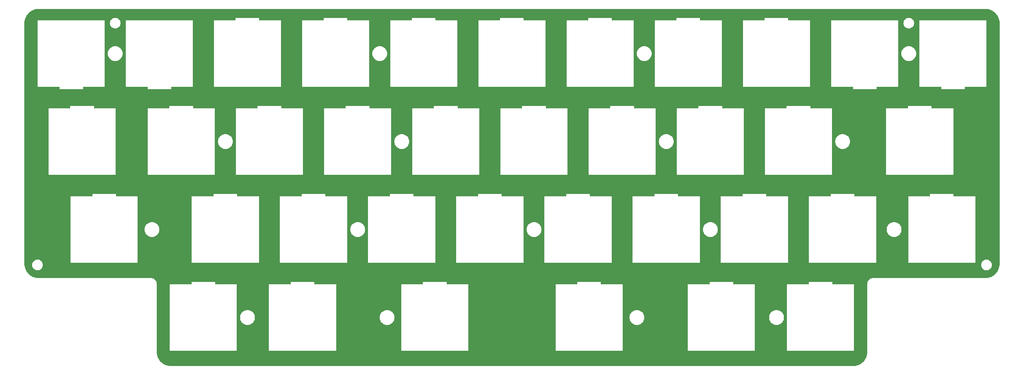
<source format=gbr>
%TF.GenerationSoftware,KiCad,Pcbnew,(7.0.0)*%
%TF.CreationDate,2023-04-11T21:00:29+02:00*%
%TF.ProjectId,travaulta plate rgb,74726176-6175-46c7-9461-20706c617465,rev?*%
%TF.SameCoordinates,Original*%
%TF.FileFunction,Copper,L2,Bot*%
%TF.FilePolarity,Positive*%
%FSLAX46Y46*%
G04 Gerber Fmt 4.6, Leading zero omitted, Abs format (unit mm)*
G04 Created by KiCad (PCBNEW (7.0.0)) date 2023-04-11 21:00:29*
%MOMM*%
%LPD*%
G01*
G04 APERTURE LIST*
G04 APERTURE END LIST*
%TA.AperFunction,NonConductor*%
G36*
X251475305Y-47475515D02*
G01*
X251608128Y-47482475D01*
X251608167Y-47482493D01*
X251608167Y-47482478D01*
X251608387Y-47482489D01*
X251805408Y-47493555D01*
X251806581Y-47493681D01*
X251964885Y-47518754D01*
X251964951Y-47518765D01*
X252137053Y-47548006D01*
X252138095Y-47548234D01*
X252297394Y-47590918D01*
X252460840Y-47638007D01*
X252461742Y-47638309D01*
X252617322Y-47698031D01*
X252617568Y-47698130D01*
X252772925Y-47762481D01*
X252773702Y-47762838D01*
X252923051Y-47838935D01*
X252923339Y-47839088D01*
X253069719Y-47919989D01*
X253070410Y-47920405D01*
X253130430Y-47959382D01*
X253211336Y-48011924D01*
X253211734Y-48012194D01*
X253347689Y-48108659D01*
X253348282Y-48109108D01*
X253479099Y-48215041D01*
X253479532Y-48215410D01*
X253603661Y-48326338D01*
X253604138Y-48326789D01*
X253723209Y-48445860D01*
X253723660Y-48446337D01*
X253834589Y-48570467D01*
X253834958Y-48570900D01*
X253940890Y-48701715D01*
X253941339Y-48702308D01*
X254037799Y-48838255D01*
X254038069Y-48838653D01*
X254129595Y-48979591D01*
X254130023Y-48980304D01*
X254210887Y-49126617D01*
X254211072Y-49126964D01*
X254287143Y-49276260D01*
X254287527Y-49277095D01*
X254351858Y-49432407D01*
X254351972Y-49432691D01*
X254411682Y-49588238D01*
X254412002Y-49589192D01*
X254459070Y-49752569D01*
X254459128Y-49752780D01*
X254501759Y-49911881D01*
X254501993Y-49912949D01*
X254531243Y-50085099D01*
X254531264Y-50085229D01*
X254556317Y-50243416D01*
X254556443Y-50244590D01*
X254567530Y-50441994D01*
X254567532Y-50442038D01*
X254574484Y-50574675D01*
X254574500Y-50575287D01*
X254574500Y-102674692D01*
X254574484Y-102675304D01*
X254567523Y-102808123D01*
X254567521Y-102808167D01*
X254556442Y-103005406D01*
X254556316Y-103006580D01*
X254531265Y-103164759D01*
X254531244Y-103164889D01*
X254501993Y-103337047D01*
X254501759Y-103338115D01*
X254459128Y-103497216D01*
X254459070Y-103497427D01*
X254412002Y-103660803D01*
X254411682Y-103661757D01*
X254351965Y-103817323D01*
X254351851Y-103817607D01*
X254287531Y-103972893D01*
X254287147Y-103973728D01*
X254211072Y-104123033D01*
X254210887Y-104123381D01*
X254130019Y-104269699D01*
X254129591Y-104270411D01*
X254038074Y-104411335D01*
X254037804Y-104411733D01*
X253941333Y-104547696D01*
X253940884Y-104548289D01*
X253834964Y-104679090D01*
X253834595Y-104679523D01*
X253723658Y-104803662D01*
X253723207Y-104804139D01*
X253604138Y-104923208D01*
X253603661Y-104923659D01*
X253479532Y-105034587D01*
X253479099Y-105034956D01*
X253348282Y-105140889D01*
X253347689Y-105141338D01*
X253211734Y-105237803D01*
X253211336Y-105238073D01*
X253070416Y-105329589D01*
X253069704Y-105330017D01*
X252923366Y-105410895D01*
X252923018Y-105411080D01*
X252773739Y-105487141D01*
X252772904Y-105487525D01*
X252617578Y-105551864D01*
X252617294Y-105551978D01*
X252461767Y-105611679D01*
X252460813Y-105611999D01*
X252297430Y-105659069D01*
X252297219Y-105659127D01*
X252138107Y-105701760D01*
X252137039Y-105701994D01*
X251964970Y-105731229D01*
X251964840Y-105731250D01*
X251806581Y-105756316D01*
X251805407Y-105756442D01*
X251608004Y-105767529D01*
X251607960Y-105767531D01*
X251475324Y-105774483D01*
X251474712Y-105774499D01*
X227199901Y-105774499D01*
X227199899Y-105774499D01*
X227199897Y-105774500D01*
X227105519Y-105774500D01*
X227105064Y-105774571D01*
X227105064Y-105774572D01*
X226919333Y-105803988D01*
X226919326Y-105803989D01*
X226918882Y-105804060D01*
X226918453Y-105804199D01*
X226918446Y-105804201D01*
X226739612Y-105862308D01*
X226739603Y-105862311D01*
X226739168Y-105862453D01*
X226738763Y-105862658D01*
X226738754Y-105862663D01*
X226571209Y-105948031D01*
X226571198Y-105948037D01*
X226570801Y-105948240D01*
X226570430Y-105948509D01*
X226570426Y-105948512D01*
X226418302Y-106059037D01*
X226418297Y-106059040D01*
X226417927Y-106059310D01*
X226417605Y-106059631D01*
X226417599Y-106059637D01*
X226284638Y-106192597D01*
X226284632Y-106192603D01*
X226284310Y-106192926D01*
X226284043Y-106193292D01*
X226284039Y-106193298D01*
X226228348Y-106269951D01*
X226173241Y-106345800D01*
X226173037Y-106346198D01*
X226173034Y-106346205D01*
X226087657Y-106513765D01*
X226087653Y-106513773D01*
X226087453Y-106514167D01*
X226087317Y-106514585D01*
X226087311Y-106514600D01*
X226029204Y-106693440D01*
X226029061Y-106693881D01*
X226028991Y-106694321D01*
X226028988Y-106694335D01*
X225999572Y-106880063D01*
X225999500Y-106880518D01*
X225999500Y-106880979D01*
X225999500Y-121724692D01*
X225999484Y-121725304D01*
X225992523Y-121858123D01*
X225992521Y-121858167D01*
X225981442Y-122055406D01*
X225981316Y-122056580D01*
X225956265Y-122214759D01*
X225956244Y-122214889D01*
X225926993Y-122387047D01*
X225926759Y-122388115D01*
X225884128Y-122547216D01*
X225884070Y-122547427D01*
X225837002Y-122710803D01*
X225836682Y-122711757D01*
X225776965Y-122867323D01*
X225776851Y-122867607D01*
X225712531Y-123022893D01*
X225712147Y-123023728D01*
X225636072Y-123173033D01*
X225635887Y-123173381D01*
X225555019Y-123319699D01*
X225554591Y-123320411D01*
X225463074Y-123461335D01*
X225462804Y-123461733D01*
X225366333Y-123597696D01*
X225365884Y-123598289D01*
X225259964Y-123729090D01*
X225259595Y-123729523D01*
X225148658Y-123853662D01*
X225148207Y-123854139D01*
X225029138Y-123973208D01*
X225028661Y-123973659D01*
X224904532Y-124084587D01*
X224904099Y-124084956D01*
X224773282Y-124190889D01*
X224772689Y-124191338D01*
X224636734Y-124287803D01*
X224636336Y-124288073D01*
X224495416Y-124379589D01*
X224494704Y-124380017D01*
X224348366Y-124460895D01*
X224348018Y-124461080D01*
X224198739Y-124537141D01*
X224197904Y-124537525D01*
X224042578Y-124601864D01*
X224042294Y-124601978D01*
X223886767Y-124661679D01*
X223885813Y-124661999D01*
X223722430Y-124709069D01*
X223722219Y-124709127D01*
X223563107Y-124751760D01*
X223562039Y-124751994D01*
X223389970Y-124781229D01*
X223389840Y-124781250D01*
X223231581Y-124806316D01*
X223230407Y-124806442D01*
X223033004Y-124817529D01*
X223032960Y-124817531D01*
X222900324Y-124824483D01*
X222899712Y-124824499D01*
X75550307Y-124824499D01*
X75549695Y-124824483D01*
X75416669Y-124817511D01*
X75416626Y-124817491D01*
X75416626Y-124817509D01*
X75219610Y-124806444D01*
X75218436Y-124806318D01*
X75060020Y-124781227D01*
X75059890Y-124781206D01*
X74887970Y-124751996D01*
X74886902Y-124751762D01*
X74727710Y-124709107D01*
X74727499Y-124709049D01*
X74564205Y-124662004D01*
X74563251Y-124661684D01*
X74407633Y-124601948D01*
X74407349Y-124601834D01*
X74252119Y-124537537D01*
X74251284Y-124537153D01*
X74251260Y-124537141D01*
X74215936Y-124519142D01*
X74101921Y-124461048D01*
X74101574Y-124460863D01*
X73955323Y-124380034D01*
X73954610Y-124379606D01*
X73954584Y-124379589D01*
X73813618Y-124288044D01*
X73813226Y-124287779D01*
X73677328Y-124191353D01*
X73676736Y-124190904D01*
X73545866Y-124084928D01*
X73545433Y-124084559D01*
X73421365Y-123973685D01*
X73420888Y-123973234D01*
X73301764Y-123854110D01*
X73301313Y-123853633D01*
X73190438Y-123729564D01*
X73190069Y-123729131D01*
X73084089Y-123598256D01*
X73083640Y-123597663D01*
X72987222Y-123461774D01*
X72986952Y-123461376D01*
X72895408Y-123320411D01*
X72895389Y-123320382D01*
X72894975Y-123319693D01*
X72814111Y-123173381D01*
X72813967Y-123173110D01*
X72737836Y-123023694D01*
X72737467Y-123022893D01*
X72673168Y-122867660D01*
X72673054Y-122867376D01*
X72613310Y-122711737D01*
X72612990Y-122710783D01*
X72565943Y-122547479D01*
X72565925Y-122547414D01*
X72523231Y-122388080D01*
X72523004Y-122387043D01*
X72493789Y-122215098D01*
X72468680Y-122056561D01*
X72468554Y-122055387D01*
X72457499Y-121858536D01*
X72457497Y-121858492D01*
X72450516Y-121725285D01*
X72450500Y-121724673D01*
X72450500Y-121500000D01*
X75285059Y-121500000D01*
X75285100Y-121500099D01*
X75285217Y-121500383D01*
X75285600Y-121500541D01*
X75285699Y-121500500D01*
X89785501Y-121500500D01*
X89785600Y-121500541D01*
X89785983Y-121500383D01*
X89786100Y-121500099D01*
X89786141Y-121500000D01*
X96715059Y-121500000D01*
X96715100Y-121500099D01*
X96715217Y-121500383D01*
X96715600Y-121500541D01*
X96715699Y-121500500D01*
X111215501Y-121500500D01*
X111215600Y-121500541D01*
X111215983Y-121500383D01*
X111216100Y-121500099D01*
X111216141Y-121500000D01*
X125290059Y-121500000D01*
X125290100Y-121500099D01*
X125290217Y-121500383D01*
X125290600Y-121500541D01*
X125290699Y-121500500D01*
X139790501Y-121500500D01*
X139790600Y-121500541D01*
X139790983Y-121500383D01*
X139791100Y-121500099D01*
X139791141Y-121500000D01*
X158627059Y-121500000D01*
X158627100Y-121500099D01*
X158627217Y-121500383D01*
X158627600Y-121500541D01*
X158627699Y-121500500D01*
X173127501Y-121500500D01*
X173127600Y-121500541D01*
X173127983Y-121500383D01*
X173128100Y-121500099D01*
X173128141Y-121500000D01*
X187205059Y-121500000D01*
X187205100Y-121500099D01*
X187205217Y-121500383D01*
X187205600Y-121500541D01*
X187205699Y-121500500D01*
X201705501Y-121500500D01*
X201705600Y-121500541D01*
X201705983Y-121500383D01*
X201706100Y-121500099D01*
X201706141Y-121500000D01*
X208635059Y-121500000D01*
X208635100Y-121500099D01*
X208635217Y-121500383D01*
X208635600Y-121500541D01*
X208635699Y-121500500D01*
X223135501Y-121500500D01*
X223135600Y-121500541D01*
X223135983Y-121500383D01*
X223136100Y-121500099D01*
X223136141Y-121500000D01*
X223136100Y-121499901D01*
X223136100Y-107100099D01*
X223136141Y-107100000D01*
X223135983Y-107099617D01*
X223135699Y-107099500D01*
X223135600Y-107099459D01*
X223135501Y-107099500D01*
X218447800Y-107099500D01*
X218439527Y-107096073D01*
X218436100Y-107087800D01*
X218436100Y-106603256D01*
X218436100Y-106600099D01*
X218436141Y-106600000D01*
X218435983Y-106599617D01*
X218435699Y-106599500D01*
X218435600Y-106599459D01*
X218435501Y-106599500D01*
X213335699Y-106599500D01*
X213335600Y-106599459D01*
X213335501Y-106599500D01*
X213335217Y-106599617D01*
X213335059Y-106600000D01*
X213335100Y-106600099D01*
X213335100Y-106603256D01*
X213335100Y-107087800D01*
X213331673Y-107096073D01*
X213323400Y-107099500D01*
X208635699Y-107099500D01*
X208635600Y-107099459D01*
X208635501Y-107099500D01*
X208635217Y-107099617D01*
X208635059Y-107100000D01*
X208635100Y-107100099D01*
X208635100Y-121499901D01*
X208635059Y-121500000D01*
X201706141Y-121500000D01*
X201706100Y-121499901D01*
X201706100Y-114300000D01*
X204769551Y-114300000D01*
X204789317Y-114551148D01*
X204848127Y-114796111D01*
X204848301Y-114796531D01*
X204848303Y-114796537D01*
X204944356Y-115028431D01*
X204944359Y-115028438D01*
X204944534Y-115028859D01*
X205076164Y-115243659D01*
X205239776Y-115435224D01*
X205431341Y-115598836D01*
X205646141Y-115730466D01*
X205878889Y-115826873D01*
X206123852Y-115885683D01*
X206312118Y-115900500D01*
X206437654Y-115900500D01*
X206437882Y-115900500D01*
X206626148Y-115885683D01*
X206871111Y-115826873D01*
X207103859Y-115730466D01*
X207318659Y-115598836D01*
X207510224Y-115435224D01*
X207673836Y-115243659D01*
X207805466Y-115028859D01*
X207901873Y-114796111D01*
X207960683Y-114551148D01*
X207980449Y-114300000D01*
X207960683Y-114048852D01*
X207901873Y-113803889D01*
X207805466Y-113571141D01*
X207673836Y-113356341D01*
X207510224Y-113164776D01*
X207318659Y-113001164D01*
X207103859Y-112869534D01*
X207103438Y-112869359D01*
X207103431Y-112869356D01*
X206871537Y-112773303D01*
X206871531Y-112773301D01*
X206871111Y-112773127D01*
X206870667Y-112773020D01*
X206870666Y-112773020D01*
X206626590Y-112714423D01*
X206626588Y-112714422D01*
X206626148Y-112714317D01*
X206625695Y-112714281D01*
X206625693Y-112714281D01*
X206438108Y-112699517D01*
X206438088Y-112699516D01*
X206437882Y-112699500D01*
X206312118Y-112699500D01*
X206311911Y-112699516D01*
X206311891Y-112699517D01*
X206124306Y-112714281D01*
X206124302Y-112714281D01*
X206123852Y-112714317D01*
X206123413Y-112714422D01*
X206123409Y-112714423D01*
X205879333Y-112773020D01*
X205879328Y-112773021D01*
X205878889Y-112773127D01*
X205878471Y-112773299D01*
X205878462Y-112773303D01*
X205646568Y-112869356D01*
X205646556Y-112869362D01*
X205646141Y-112869534D01*
X205645756Y-112869769D01*
X205645748Y-112869774D01*
X205431725Y-113000928D01*
X205431718Y-113000932D01*
X205431341Y-113001164D01*
X205431009Y-113001446D01*
X205431000Y-113001454D01*
X205240118Y-113164483D01*
X205240111Y-113164489D01*
X205239776Y-113164776D01*
X205239489Y-113165111D01*
X205239483Y-113165118D01*
X205076454Y-113356000D01*
X205076446Y-113356009D01*
X205076164Y-113356341D01*
X205075932Y-113356718D01*
X205075928Y-113356725D01*
X204944774Y-113570748D01*
X204944769Y-113570756D01*
X204944534Y-113571141D01*
X204944362Y-113571556D01*
X204944356Y-113571568D01*
X204848303Y-113803462D01*
X204848299Y-113803471D01*
X204848127Y-113803889D01*
X204789317Y-114048852D01*
X204769551Y-114300000D01*
X201706100Y-114300000D01*
X201706100Y-107100099D01*
X201706141Y-107100000D01*
X201705983Y-107099617D01*
X201705699Y-107099500D01*
X201705600Y-107099459D01*
X201705501Y-107099500D01*
X197017800Y-107099500D01*
X197009527Y-107096073D01*
X197006100Y-107087800D01*
X197006100Y-106603256D01*
X197006100Y-106600099D01*
X197006141Y-106600000D01*
X197005983Y-106599617D01*
X197005699Y-106599500D01*
X197005600Y-106599459D01*
X197005501Y-106599500D01*
X191905699Y-106599500D01*
X191905600Y-106599459D01*
X191905501Y-106599500D01*
X191905217Y-106599617D01*
X191905059Y-106600000D01*
X191905100Y-106600099D01*
X191905100Y-106603256D01*
X191905100Y-107087800D01*
X191901673Y-107096073D01*
X191893400Y-107099500D01*
X187205699Y-107099500D01*
X187205600Y-107099459D01*
X187205501Y-107099500D01*
X187205217Y-107099617D01*
X187205059Y-107100000D01*
X187205100Y-107100099D01*
X187205100Y-121499901D01*
X187205059Y-121500000D01*
X173128141Y-121500000D01*
X173128100Y-121499901D01*
X173128100Y-114300000D01*
X174607051Y-114300000D01*
X174626817Y-114551148D01*
X174685627Y-114796111D01*
X174685801Y-114796531D01*
X174685803Y-114796537D01*
X174781856Y-115028431D01*
X174781859Y-115028438D01*
X174782034Y-115028859D01*
X174913664Y-115243659D01*
X175077276Y-115435224D01*
X175268841Y-115598836D01*
X175483641Y-115730466D01*
X175716389Y-115826873D01*
X175961352Y-115885683D01*
X176149618Y-115900500D01*
X176275154Y-115900500D01*
X176275382Y-115900500D01*
X176463648Y-115885683D01*
X176708611Y-115826873D01*
X176941359Y-115730466D01*
X177156159Y-115598836D01*
X177347724Y-115435224D01*
X177511336Y-115243659D01*
X177642966Y-115028859D01*
X177739373Y-114796111D01*
X177798183Y-114551148D01*
X177817949Y-114300000D01*
X177798183Y-114048852D01*
X177739373Y-113803889D01*
X177642966Y-113571141D01*
X177511336Y-113356341D01*
X177347724Y-113164776D01*
X177156159Y-113001164D01*
X176941359Y-112869534D01*
X176940938Y-112869359D01*
X176940931Y-112869356D01*
X176709037Y-112773303D01*
X176709031Y-112773301D01*
X176708611Y-112773127D01*
X176708167Y-112773020D01*
X176708166Y-112773020D01*
X176464090Y-112714423D01*
X176464088Y-112714422D01*
X176463648Y-112714317D01*
X176463195Y-112714281D01*
X176463193Y-112714281D01*
X176275608Y-112699517D01*
X176275588Y-112699516D01*
X176275382Y-112699500D01*
X176149618Y-112699500D01*
X176149411Y-112699516D01*
X176149391Y-112699517D01*
X175961806Y-112714281D01*
X175961802Y-112714281D01*
X175961352Y-112714317D01*
X175960913Y-112714422D01*
X175960909Y-112714423D01*
X175716833Y-112773020D01*
X175716828Y-112773021D01*
X175716389Y-112773127D01*
X175715971Y-112773299D01*
X175715962Y-112773303D01*
X175484068Y-112869356D01*
X175484056Y-112869362D01*
X175483641Y-112869534D01*
X175483256Y-112869769D01*
X175483248Y-112869774D01*
X175269225Y-113000928D01*
X175269218Y-113000932D01*
X175268841Y-113001164D01*
X175268509Y-113001446D01*
X175268500Y-113001454D01*
X175077618Y-113164483D01*
X175077611Y-113164489D01*
X175077276Y-113164776D01*
X175076989Y-113165111D01*
X175076983Y-113165118D01*
X174913954Y-113356000D01*
X174913946Y-113356009D01*
X174913664Y-113356341D01*
X174913432Y-113356718D01*
X174913428Y-113356725D01*
X174782274Y-113570748D01*
X174782269Y-113570756D01*
X174782034Y-113571141D01*
X174781862Y-113571556D01*
X174781856Y-113571568D01*
X174685803Y-113803462D01*
X174685799Y-113803471D01*
X174685627Y-113803889D01*
X174626817Y-114048852D01*
X174607051Y-114300000D01*
X173128100Y-114300000D01*
X173128100Y-107100099D01*
X173128141Y-107100000D01*
X173127983Y-107099617D01*
X173127699Y-107099500D01*
X173127600Y-107099459D01*
X173127501Y-107099500D01*
X168439800Y-107099500D01*
X168431527Y-107096073D01*
X168428100Y-107087800D01*
X168428100Y-106603256D01*
X168428100Y-106600099D01*
X168428141Y-106600000D01*
X168427983Y-106599617D01*
X168427699Y-106599500D01*
X168427600Y-106599459D01*
X168427501Y-106599500D01*
X163327699Y-106599500D01*
X163327600Y-106599459D01*
X163327501Y-106599500D01*
X163327217Y-106599617D01*
X163327059Y-106600000D01*
X163327100Y-106600099D01*
X163327100Y-106603256D01*
X163327100Y-107087800D01*
X163323673Y-107096073D01*
X163315400Y-107099500D01*
X158627699Y-107099500D01*
X158627600Y-107099459D01*
X158627501Y-107099500D01*
X158627217Y-107099617D01*
X158627059Y-107100000D01*
X158627100Y-107100099D01*
X158627100Y-121499901D01*
X158627059Y-121500000D01*
X139791141Y-121500000D01*
X139791100Y-121499901D01*
X139791100Y-107100099D01*
X139791141Y-107100000D01*
X139790983Y-107099617D01*
X139790699Y-107099500D01*
X139790600Y-107099459D01*
X139790501Y-107099500D01*
X135102800Y-107099500D01*
X135094527Y-107096073D01*
X135091100Y-107087800D01*
X135091100Y-106603256D01*
X135091100Y-106600099D01*
X135091141Y-106600000D01*
X135090983Y-106599617D01*
X135090699Y-106599500D01*
X135090600Y-106599459D01*
X135090501Y-106599500D01*
X129990699Y-106599500D01*
X129990600Y-106599459D01*
X129990501Y-106599500D01*
X129990217Y-106599617D01*
X129990059Y-106600000D01*
X129990100Y-106600099D01*
X129990100Y-106603256D01*
X129990100Y-107087800D01*
X129986673Y-107096073D01*
X129978400Y-107099500D01*
X125290699Y-107099500D01*
X125290600Y-107099459D01*
X125290501Y-107099500D01*
X125290217Y-107099617D01*
X125290059Y-107100000D01*
X125290100Y-107100099D01*
X125290100Y-121499901D01*
X125290059Y-121500000D01*
X111216141Y-121500000D01*
X111216100Y-121499901D01*
X111216100Y-114300000D01*
X120632051Y-114300000D01*
X120651817Y-114551148D01*
X120710627Y-114796111D01*
X120710801Y-114796531D01*
X120710803Y-114796537D01*
X120806856Y-115028431D01*
X120806859Y-115028438D01*
X120807034Y-115028859D01*
X120938664Y-115243659D01*
X121102276Y-115435224D01*
X121293841Y-115598836D01*
X121508641Y-115730466D01*
X121741389Y-115826873D01*
X121986352Y-115885683D01*
X122174618Y-115900500D01*
X122300154Y-115900500D01*
X122300382Y-115900500D01*
X122488648Y-115885683D01*
X122733611Y-115826873D01*
X122966359Y-115730466D01*
X123181159Y-115598836D01*
X123372724Y-115435224D01*
X123536336Y-115243659D01*
X123667966Y-115028859D01*
X123764373Y-114796111D01*
X123823183Y-114551148D01*
X123842949Y-114300000D01*
X123823183Y-114048852D01*
X123764373Y-113803889D01*
X123667966Y-113571141D01*
X123536336Y-113356341D01*
X123372724Y-113164776D01*
X123181159Y-113001164D01*
X122966359Y-112869534D01*
X122965938Y-112869359D01*
X122965931Y-112869356D01*
X122734037Y-112773303D01*
X122734031Y-112773301D01*
X122733611Y-112773127D01*
X122733167Y-112773020D01*
X122733166Y-112773020D01*
X122489090Y-112714423D01*
X122489088Y-112714422D01*
X122488648Y-112714317D01*
X122488195Y-112714281D01*
X122488193Y-112714281D01*
X122300608Y-112699517D01*
X122300588Y-112699516D01*
X122300382Y-112699500D01*
X122174618Y-112699500D01*
X122174411Y-112699516D01*
X122174391Y-112699517D01*
X121986806Y-112714281D01*
X121986802Y-112714281D01*
X121986352Y-112714317D01*
X121985913Y-112714422D01*
X121985909Y-112714423D01*
X121741833Y-112773020D01*
X121741828Y-112773021D01*
X121741389Y-112773127D01*
X121740971Y-112773299D01*
X121740962Y-112773303D01*
X121509068Y-112869356D01*
X121509056Y-112869362D01*
X121508641Y-112869534D01*
X121508256Y-112869769D01*
X121508248Y-112869774D01*
X121294225Y-113000928D01*
X121294218Y-113000932D01*
X121293841Y-113001164D01*
X121293509Y-113001446D01*
X121293500Y-113001454D01*
X121102618Y-113164483D01*
X121102611Y-113164489D01*
X121102276Y-113164776D01*
X121101989Y-113165111D01*
X121101983Y-113165118D01*
X120938954Y-113356000D01*
X120938946Y-113356009D01*
X120938664Y-113356341D01*
X120938432Y-113356718D01*
X120938428Y-113356725D01*
X120807274Y-113570748D01*
X120807269Y-113570756D01*
X120807034Y-113571141D01*
X120806862Y-113571556D01*
X120806856Y-113571568D01*
X120710803Y-113803462D01*
X120710799Y-113803471D01*
X120710627Y-113803889D01*
X120651817Y-114048852D01*
X120632051Y-114300000D01*
X111216100Y-114300000D01*
X111216100Y-107100099D01*
X111216141Y-107100000D01*
X111215983Y-107099617D01*
X111215699Y-107099500D01*
X111215600Y-107099459D01*
X111215501Y-107099500D01*
X106527800Y-107099500D01*
X106519527Y-107096073D01*
X106516100Y-107087800D01*
X106516100Y-106603256D01*
X106516100Y-106600099D01*
X106516141Y-106600000D01*
X106515983Y-106599617D01*
X106515699Y-106599500D01*
X106515600Y-106599459D01*
X106515501Y-106599500D01*
X101415699Y-106599500D01*
X101415600Y-106599459D01*
X101415501Y-106599500D01*
X101415217Y-106599617D01*
X101415059Y-106600000D01*
X101415100Y-106600099D01*
X101415100Y-106603256D01*
X101415100Y-107087800D01*
X101411673Y-107096073D01*
X101403400Y-107099500D01*
X96715699Y-107099500D01*
X96715600Y-107099459D01*
X96715501Y-107099500D01*
X96715217Y-107099617D01*
X96715059Y-107100000D01*
X96715100Y-107100099D01*
X96715100Y-121499901D01*
X96715059Y-121500000D01*
X89786141Y-121500000D01*
X89786100Y-121499901D01*
X89786100Y-114300000D01*
X90469551Y-114300000D01*
X90489317Y-114551148D01*
X90548127Y-114796111D01*
X90548301Y-114796531D01*
X90548303Y-114796537D01*
X90644356Y-115028431D01*
X90644359Y-115028438D01*
X90644534Y-115028859D01*
X90776164Y-115243659D01*
X90939776Y-115435224D01*
X91131341Y-115598836D01*
X91346141Y-115730466D01*
X91578889Y-115826873D01*
X91823852Y-115885683D01*
X92012118Y-115900500D01*
X92137654Y-115900500D01*
X92137882Y-115900500D01*
X92326148Y-115885683D01*
X92571111Y-115826873D01*
X92803859Y-115730466D01*
X93018659Y-115598836D01*
X93210224Y-115435224D01*
X93373836Y-115243659D01*
X93505466Y-115028859D01*
X93601873Y-114796111D01*
X93660683Y-114551148D01*
X93680449Y-114300000D01*
X93660683Y-114048852D01*
X93601873Y-113803889D01*
X93505466Y-113571141D01*
X93373836Y-113356341D01*
X93210224Y-113164776D01*
X93018659Y-113001164D01*
X92803859Y-112869534D01*
X92803438Y-112869359D01*
X92803431Y-112869356D01*
X92571537Y-112773303D01*
X92571531Y-112773301D01*
X92571111Y-112773127D01*
X92570667Y-112773020D01*
X92570666Y-112773020D01*
X92326590Y-112714423D01*
X92326588Y-112714422D01*
X92326148Y-112714317D01*
X92325695Y-112714281D01*
X92325693Y-112714281D01*
X92138108Y-112699517D01*
X92138088Y-112699516D01*
X92137882Y-112699500D01*
X92012118Y-112699500D01*
X92011911Y-112699516D01*
X92011891Y-112699517D01*
X91824306Y-112714281D01*
X91824302Y-112714281D01*
X91823852Y-112714317D01*
X91823413Y-112714422D01*
X91823409Y-112714423D01*
X91579333Y-112773020D01*
X91579328Y-112773021D01*
X91578889Y-112773127D01*
X91578471Y-112773299D01*
X91578462Y-112773303D01*
X91346568Y-112869356D01*
X91346556Y-112869362D01*
X91346141Y-112869534D01*
X91345756Y-112869769D01*
X91345748Y-112869774D01*
X91131725Y-113000928D01*
X91131718Y-113000932D01*
X91131341Y-113001164D01*
X91131009Y-113001446D01*
X91131000Y-113001454D01*
X90940118Y-113164483D01*
X90940111Y-113164489D01*
X90939776Y-113164776D01*
X90939489Y-113165111D01*
X90939483Y-113165118D01*
X90776454Y-113356000D01*
X90776446Y-113356009D01*
X90776164Y-113356341D01*
X90775932Y-113356718D01*
X90775928Y-113356725D01*
X90644774Y-113570748D01*
X90644769Y-113570756D01*
X90644534Y-113571141D01*
X90644362Y-113571556D01*
X90644356Y-113571568D01*
X90548303Y-113803462D01*
X90548299Y-113803471D01*
X90548127Y-113803889D01*
X90489317Y-114048852D01*
X90469551Y-114300000D01*
X89786100Y-114300000D01*
X89786100Y-107100099D01*
X89786141Y-107100000D01*
X89785983Y-107099617D01*
X89785699Y-107099500D01*
X89785600Y-107099459D01*
X89785501Y-107099500D01*
X85097800Y-107099500D01*
X85089527Y-107096073D01*
X85086100Y-107087800D01*
X85086100Y-106603256D01*
X85086100Y-106600099D01*
X85086141Y-106600000D01*
X85085983Y-106599617D01*
X85085699Y-106599500D01*
X85085600Y-106599459D01*
X85085501Y-106599500D01*
X79985699Y-106599500D01*
X79985600Y-106599459D01*
X79985501Y-106599500D01*
X79985217Y-106599617D01*
X79985059Y-106600000D01*
X79985100Y-106600099D01*
X79985100Y-106603256D01*
X79985100Y-107087800D01*
X79981673Y-107096073D01*
X79973400Y-107099500D01*
X75285699Y-107099500D01*
X75285600Y-107099459D01*
X75285501Y-107099500D01*
X75285217Y-107099617D01*
X75285059Y-107100000D01*
X75285100Y-107100099D01*
X75285100Y-121499901D01*
X75285059Y-121500000D01*
X72450500Y-121500000D01*
X72450500Y-106975001D01*
X72450500Y-106974999D01*
X72450501Y-106974999D01*
X72450501Y-106880518D01*
X72420940Y-106693881D01*
X72362547Y-106514167D01*
X72276760Y-106345800D01*
X72165690Y-106192926D01*
X72032073Y-106059309D01*
X71879199Y-105948239D01*
X71878795Y-105948033D01*
X71878790Y-105948030D01*
X71711245Y-105862662D01*
X71711240Y-105862660D01*
X71710832Y-105862452D01*
X71710391Y-105862308D01*
X71710387Y-105862307D01*
X71531553Y-105804200D01*
X71531548Y-105804199D01*
X71531118Y-105804059D01*
X71530671Y-105803988D01*
X71530666Y-105803987D01*
X71350801Y-105775500D01*
X71344481Y-105774499D01*
X71344021Y-105774499D01*
X46975307Y-105774499D01*
X46974695Y-105774483D01*
X46841669Y-105767511D01*
X46841626Y-105767491D01*
X46841626Y-105767509D01*
X46644610Y-105756444D01*
X46643436Y-105756318D01*
X46485020Y-105731227D01*
X46484890Y-105731206D01*
X46312970Y-105701996D01*
X46311902Y-105701762D01*
X46152710Y-105659107D01*
X46152499Y-105659049D01*
X45989205Y-105612004D01*
X45988251Y-105611684D01*
X45832633Y-105551948D01*
X45832349Y-105551834D01*
X45677119Y-105487537D01*
X45676284Y-105487153D01*
X45676260Y-105487141D01*
X45640936Y-105469142D01*
X45526921Y-105411048D01*
X45526574Y-105410863D01*
X45380323Y-105330034D01*
X45379610Y-105329606D01*
X45379584Y-105329589D01*
X45238618Y-105238044D01*
X45238226Y-105237779D01*
X45102328Y-105141353D01*
X45101736Y-105140904D01*
X44970866Y-105034928D01*
X44970433Y-105034559D01*
X44846365Y-104923685D01*
X44845888Y-104923234D01*
X44726764Y-104804110D01*
X44726313Y-104803633D01*
X44615438Y-104679564D01*
X44615069Y-104679131D01*
X44509089Y-104548256D01*
X44508640Y-104547663D01*
X44412222Y-104411774D01*
X44411952Y-104411376D01*
X44320408Y-104270411D01*
X44320389Y-104270382D01*
X44319975Y-104269693D01*
X44239111Y-104123381D01*
X44238967Y-104123110D01*
X44162836Y-103973694D01*
X44162467Y-103972893D01*
X44098168Y-103817660D01*
X44098054Y-103817376D01*
X44038310Y-103661737D01*
X44037990Y-103660783D01*
X44003019Y-103539396D01*
X43990943Y-103497479D01*
X43990925Y-103497414D01*
X43948231Y-103338080D01*
X43948004Y-103337043D01*
X43918789Y-103165098D01*
X43893680Y-103006561D01*
X43893554Y-103005387D01*
X43889545Y-102933999D01*
X45560571Y-102933999D01*
X45580244Y-103146309D01*
X45580390Y-103146823D01*
X45580391Y-103146827D01*
X45638445Y-103350861D01*
X45638595Y-103351388D01*
X45638839Y-103351878D01*
X45732210Y-103539396D01*
X45733634Y-103542254D01*
X45862128Y-103712406D01*
X45862527Y-103712769D01*
X45862530Y-103712773D01*
X45921200Y-103766258D01*
X46019698Y-103856051D01*
X46020158Y-103856336D01*
X46020161Y-103856338D01*
X46110339Y-103912174D01*
X46200981Y-103968297D01*
X46399802Y-104045320D01*
X46400329Y-104045418D01*
X46400331Y-104045419D01*
X46457218Y-104056052D01*
X46609390Y-104084499D01*
X46822072Y-104084499D01*
X46822610Y-104084499D01*
X47032198Y-104045320D01*
X47231019Y-103968297D01*
X47412302Y-103856051D01*
X47569872Y-103712406D01*
X47698366Y-103542254D01*
X47793405Y-103351388D01*
X47851756Y-103146309D01*
X47871429Y-102933999D01*
X250578946Y-102933999D01*
X250598619Y-103146309D01*
X250598765Y-103146823D01*
X250598766Y-103146827D01*
X250656820Y-103350861D01*
X250656970Y-103351388D01*
X250657214Y-103351878D01*
X250750585Y-103539396D01*
X250752009Y-103542254D01*
X250880503Y-103712406D01*
X250880902Y-103712769D01*
X250880905Y-103712773D01*
X250939575Y-103766258D01*
X251038073Y-103856051D01*
X251038533Y-103856336D01*
X251038536Y-103856338D01*
X251128714Y-103912174D01*
X251219356Y-103968297D01*
X251418177Y-104045320D01*
X251418704Y-104045418D01*
X251418706Y-104045419D01*
X251475593Y-104056052D01*
X251627765Y-104084499D01*
X251840447Y-104084499D01*
X251840985Y-104084499D01*
X252050573Y-104045320D01*
X252249394Y-103968297D01*
X252430677Y-103856051D01*
X252588247Y-103712406D01*
X252716741Y-103542254D01*
X252811780Y-103351388D01*
X252870131Y-103146309D01*
X252889804Y-102933999D01*
X252870131Y-102721689D01*
X252811780Y-102516610D01*
X252716741Y-102325744D01*
X252588247Y-102155592D01*
X252587847Y-102155227D01*
X252587844Y-102155224D01*
X252519318Y-102092754D01*
X252430677Y-102011947D01*
X252430218Y-102011662D01*
X252430213Y-102011659D01*
X252249856Y-101899987D01*
X252249855Y-101899986D01*
X252249394Y-101899701D01*
X252248887Y-101899504D01*
X252248884Y-101899503D01*
X252051077Y-101822873D01*
X252051074Y-101822872D01*
X252050573Y-101822678D01*
X252050052Y-101822580D01*
X252050043Y-101822578D01*
X251841512Y-101783597D01*
X251841506Y-101783596D01*
X251840985Y-101783499D01*
X251627765Y-101783499D01*
X251627244Y-101783596D01*
X251627237Y-101783597D01*
X251418706Y-101822578D01*
X251418694Y-101822581D01*
X251418177Y-101822678D01*
X251417678Y-101822871D01*
X251417672Y-101822873D01*
X251219865Y-101899503D01*
X251219857Y-101899506D01*
X251219356Y-101899701D01*
X251218898Y-101899984D01*
X251218893Y-101899987D01*
X251038536Y-102011659D01*
X251038526Y-102011666D01*
X251038073Y-102011947D01*
X251037667Y-102012316D01*
X251037667Y-102012317D01*
X250880905Y-102155224D01*
X250880896Y-102155233D01*
X250880503Y-102155592D01*
X250880180Y-102156019D01*
X250880177Y-102156023D01*
X250752331Y-102325317D01*
X250752009Y-102325744D01*
X250751773Y-102326217D01*
X250751768Y-102326226D01*
X250657214Y-102516119D01*
X250656970Y-102516610D01*
X250656821Y-102517132D01*
X250656820Y-102517136D01*
X250598766Y-102721170D01*
X250598764Y-102721176D01*
X250598619Y-102721689D01*
X250598569Y-102722219D01*
X250598569Y-102722224D01*
X250587889Y-102837489D01*
X250578946Y-102933999D01*
X47871429Y-102933999D01*
X47851756Y-102721689D01*
X47793405Y-102516610D01*
X47760238Y-102450000D01*
X53855059Y-102450000D01*
X53855100Y-102450099D01*
X53855217Y-102450383D01*
X53855600Y-102450541D01*
X53855699Y-102450500D01*
X68355501Y-102450500D01*
X68355600Y-102450541D01*
X68355983Y-102450383D01*
X68356100Y-102450099D01*
X68356141Y-102450000D01*
X80047559Y-102450000D01*
X80047600Y-102450099D01*
X80047717Y-102450383D01*
X80048100Y-102450541D01*
X80048199Y-102450500D01*
X94548001Y-102450500D01*
X94548100Y-102450541D01*
X94548483Y-102450383D01*
X94548600Y-102450099D01*
X94548641Y-102450000D01*
X99097559Y-102450000D01*
X99097600Y-102450099D01*
X99097717Y-102450383D01*
X99098100Y-102450541D01*
X99098199Y-102450500D01*
X113598001Y-102450500D01*
X113598100Y-102450541D01*
X113598483Y-102450383D01*
X113598600Y-102450099D01*
X113598641Y-102450000D01*
X118147559Y-102450000D01*
X118147600Y-102450099D01*
X118147717Y-102450383D01*
X118148100Y-102450541D01*
X118148199Y-102450500D01*
X132648001Y-102450500D01*
X132648100Y-102450541D01*
X132648483Y-102450383D01*
X132648600Y-102450099D01*
X132648641Y-102450000D01*
X137197559Y-102450000D01*
X137197600Y-102450099D01*
X137197717Y-102450383D01*
X137198100Y-102450541D01*
X137198199Y-102450500D01*
X151698001Y-102450500D01*
X151698100Y-102450541D01*
X151698483Y-102450383D01*
X151698600Y-102450099D01*
X151698641Y-102450000D01*
X156247559Y-102450000D01*
X156247600Y-102450099D01*
X156247717Y-102450383D01*
X156248100Y-102450541D01*
X156248199Y-102450500D01*
X170748001Y-102450500D01*
X170748100Y-102450541D01*
X170748483Y-102450383D01*
X170748600Y-102450099D01*
X170748641Y-102450000D01*
X175297559Y-102450000D01*
X175297600Y-102450099D01*
X175297717Y-102450383D01*
X175298100Y-102450541D01*
X175298199Y-102450500D01*
X189798001Y-102450500D01*
X189798100Y-102450541D01*
X189798483Y-102450383D01*
X189798600Y-102450099D01*
X189798641Y-102450000D01*
X194347559Y-102450000D01*
X194347600Y-102450099D01*
X194347717Y-102450383D01*
X194348100Y-102450541D01*
X194348199Y-102450500D01*
X208848001Y-102450500D01*
X208848100Y-102450541D01*
X208848483Y-102450383D01*
X208848600Y-102450099D01*
X208848641Y-102450000D01*
X213397559Y-102450000D01*
X213397600Y-102450099D01*
X213397717Y-102450383D01*
X213398100Y-102450541D01*
X213398199Y-102450500D01*
X227898001Y-102450500D01*
X227898100Y-102450541D01*
X227898483Y-102450383D01*
X227898600Y-102450099D01*
X227898641Y-102450000D01*
X234830059Y-102450000D01*
X234830100Y-102450099D01*
X234830217Y-102450383D01*
X234830600Y-102450541D01*
X234830699Y-102450500D01*
X249330501Y-102450500D01*
X249330600Y-102450541D01*
X249330983Y-102450383D01*
X249331100Y-102450099D01*
X249331141Y-102450000D01*
X249331100Y-102449901D01*
X249331100Y-88050099D01*
X249331141Y-88050000D01*
X249330983Y-88049617D01*
X249330699Y-88049500D01*
X249330600Y-88049459D01*
X249330501Y-88049500D01*
X244642800Y-88049500D01*
X244634527Y-88046073D01*
X244631100Y-88037800D01*
X244631100Y-87553256D01*
X244631100Y-87550099D01*
X244631141Y-87550000D01*
X244630983Y-87549617D01*
X244630699Y-87549500D01*
X244630600Y-87549459D01*
X244630501Y-87549500D01*
X239530699Y-87549500D01*
X239530600Y-87549459D01*
X239530501Y-87549500D01*
X239530217Y-87549617D01*
X239530059Y-87550000D01*
X239530100Y-87550099D01*
X239530100Y-87553256D01*
X239530100Y-88037800D01*
X239526673Y-88046073D01*
X239518400Y-88049500D01*
X234830699Y-88049500D01*
X234830600Y-88049459D01*
X234830501Y-88049500D01*
X234830217Y-88049617D01*
X234830059Y-88050000D01*
X234830100Y-88050099D01*
X234830100Y-102449901D01*
X234830059Y-102450000D01*
X227898641Y-102450000D01*
X227898600Y-102449901D01*
X227898600Y-95250000D01*
X230169551Y-95250000D01*
X230189317Y-95501148D01*
X230248127Y-95746111D01*
X230248301Y-95746531D01*
X230248303Y-95746537D01*
X230344356Y-95978431D01*
X230344359Y-95978438D01*
X230344534Y-95978859D01*
X230476164Y-96193659D01*
X230639776Y-96385224D01*
X230831341Y-96548836D01*
X231046141Y-96680466D01*
X231278889Y-96776873D01*
X231523852Y-96835683D01*
X231712118Y-96850500D01*
X231837654Y-96850500D01*
X231837882Y-96850500D01*
X232026148Y-96835683D01*
X232271111Y-96776873D01*
X232503859Y-96680466D01*
X232718659Y-96548836D01*
X232910224Y-96385224D01*
X233073836Y-96193659D01*
X233205466Y-95978859D01*
X233301873Y-95746111D01*
X233360683Y-95501148D01*
X233380449Y-95250000D01*
X233360683Y-94998852D01*
X233301873Y-94753889D01*
X233205466Y-94521141D01*
X233073836Y-94306341D01*
X232910224Y-94114776D01*
X232718659Y-93951164D01*
X232503859Y-93819534D01*
X232503438Y-93819359D01*
X232503431Y-93819356D01*
X232271537Y-93723303D01*
X232271531Y-93723301D01*
X232271111Y-93723127D01*
X232270667Y-93723020D01*
X232270666Y-93723020D01*
X232026590Y-93664423D01*
X232026588Y-93664422D01*
X232026148Y-93664317D01*
X232025695Y-93664281D01*
X232025693Y-93664281D01*
X231838108Y-93649517D01*
X231838088Y-93649516D01*
X231837882Y-93649500D01*
X231712118Y-93649500D01*
X231711911Y-93649516D01*
X231711891Y-93649517D01*
X231524306Y-93664281D01*
X231524302Y-93664281D01*
X231523852Y-93664317D01*
X231523413Y-93664422D01*
X231523409Y-93664423D01*
X231279333Y-93723020D01*
X231279328Y-93723021D01*
X231278889Y-93723127D01*
X231278471Y-93723299D01*
X231278462Y-93723303D01*
X231046568Y-93819356D01*
X231046556Y-93819362D01*
X231046141Y-93819534D01*
X231045756Y-93819769D01*
X231045748Y-93819774D01*
X230831725Y-93950928D01*
X230831718Y-93950932D01*
X230831341Y-93951164D01*
X230831009Y-93951446D01*
X230831000Y-93951454D01*
X230640118Y-94114483D01*
X230640111Y-94114489D01*
X230639776Y-94114776D01*
X230639489Y-94115111D01*
X230639483Y-94115118D01*
X230476454Y-94306000D01*
X230476446Y-94306009D01*
X230476164Y-94306341D01*
X230475932Y-94306718D01*
X230475928Y-94306725D01*
X230344774Y-94520748D01*
X230344769Y-94520756D01*
X230344534Y-94521141D01*
X230344362Y-94521556D01*
X230344356Y-94521568D01*
X230248303Y-94753462D01*
X230248299Y-94753471D01*
X230248127Y-94753889D01*
X230189317Y-94998852D01*
X230169551Y-95250000D01*
X227898600Y-95250000D01*
X227898600Y-88050099D01*
X227898641Y-88050000D01*
X227898483Y-88049617D01*
X227898199Y-88049500D01*
X227898100Y-88049459D01*
X227898001Y-88049500D01*
X223210300Y-88049500D01*
X223202027Y-88046073D01*
X223198600Y-88037800D01*
X223198600Y-87553256D01*
X223198600Y-87550099D01*
X223198641Y-87550000D01*
X223198483Y-87549617D01*
X223198199Y-87549500D01*
X223198100Y-87549459D01*
X223198001Y-87549500D01*
X218098199Y-87549500D01*
X218098100Y-87549459D01*
X218098001Y-87549500D01*
X218097717Y-87549617D01*
X218097559Y-87550000D01*
X218097600Y-87550099D01*
X218097600Y-87553256D01*
X218097600Y-88037800D01*
X218094173Y-88046073D01*
X218085900Y-88049500D01*
X213398199Y-88049500D01*
X213398100Y-88049459D01*
X213398001Y-88049500D01*
X213397717Y-88049617D01*
X213397559Y-88050000D01*
X213397600Y-88050099D01*
X213397600Y-102449901D01*
X213397559Y-102450000D01*
X208848641Y-102450000D01*
X208848600Y-102449901D01*
X208848600Y-88050099D01*
X208848641Y-88050000D01*
X208848483Y-88049617D01*
X208848199Y-88049500D01*
X208848100Y-88049459D01*
X208848001Y-88049500D01*
X204160300Y-88049500D01*
X204152027Y-88046073D01*
X204148600Y-88037800D01*
X204148600Y-87553256D01*
X204148600Y-87550099D01*
X204148641Y-87550000D01*
X204148483Y-87549617D01*
X204148199Y-87549500D01*
X204148100Y-87549459D01*
X204148001Y-87549500D01*
X199048199Y-87549500D01*
X199048100Y-87549459D01*
X199048001Y-87549500D01*
X199047717Y-87549617D01*
X199047559Y-87550000D01*
X199047600Y-87550099D01*
X199047600Y-87553256D01*
X199047600Y-88037800D01*
X199044173Y-88046073D01*
X199035900Y-88049500D01*
X194348199Y-88049500D01*
X194348100Y-88049459D01*
X194348001Y-88049500D01*
X194347717Y-88049617D01*
X194347559Y-88050000D01*
X194347600Y-88050099D01*
X194347600Y-102449901D01*
X194347559Y-102450000D01*
X189798641Y-102450000D01*
X189798600Y-102449901D01*
X189798600Y-95250000D01*
X190482051Y-95250000D01*
X190501817Y-95501148D01*
X190560627Y-95746111D01*
X190560801Y-95746531D01*
X190560803Y-95746537D01*
X190656856Y-95978431D01*
X190656859Y-95978438D01*
X190657034Y-95978859D01*
X190788664Y-96193659D01*
X190952276Y-96385224D01*
X191143841Y-96548836D01*
X191358641Y-96680466D01*
X191591389Y-96776873D01*
X191836352Y-96835683D01*
X192024618Y-96850500D01*
X192150154Y-96850500D01*
X192150382Y-96850500D01*
X192338648Y-96835683D01*
X192583611Y-96776873D01*
X192816359Y-96680466D01*
X193031159Y-96548836D01*
X193222724Y-96385224D01*
X193386336Y-96193659D01*
X193517966Y-95978859D01*
X193614373Y-95746111D01*
X193673183Y-95501148D01*
X193692949Y-95250000D01*
X193673183Y-94998852D01*
X193614373Y-94753889D01*
X193517966Y-94521141D01*
X193386336Y-94306341D01*
X193222724Y-94114776D01*
X193031159Y-93951164D01*
X192816359Y-93819534D01*
X192815938Y-93819359D01*
X192815931Y-93819356D01*
X192584037Y-93723303D01*
X192584031Y-93723301D01*
X192583611Y-93723127D01*
X192583167Y-93723020D01*
X192583166Y-93723020D01*
X192339090Y-93664423D01*
X192339088Y-93664422D01*
X192338648Y-93664317D01*
X192338195Y-93664281D01*
X192338193Y-93664281D01*
X192150608Y-93649517D01*
X192150588Y-93649516D01*
X192150382Y-93649500D01*
X192024618Y-93649500D01*
X192024411Y-93649516D01*
X192024391Y-93649517D01*
X191836806Y-93664281D01*
X191836802Y-93664281D01*
X191836352Y-93664317D01*
X191835913Y-93664422D01*
X191835909Y-93664423D01*
X191591833Y-93723020D01*
X191591828Y-93723021D01*
X191591389Y-93723127D01*
X191590971Y-93723299D01*
X191590962Y-93723303D01*
X191359068Y-93819356D01*
X191359056Y-93819362D01*
X191358641Y-93819534D01*
X191358256Y-93819769D01*
X191358248Y-93819774D01*
X191144225Y-93950928D01*
X191144218Y-93950932D01*
X191143841Y-93951164D01*
X191143509Y-93951446D01*
X191143500Y-93951454D01*
X190952618Y-94114483D01*
X190952611Y-94114489D01*
X190952276Y-94114776D01*
X190951989Y-94115111D01*
X190951983Y-94115118D01*
X190788954Y-94306000D01*
X190788946Y-94306009D01*
X190788664Y-94306341D01*
X190788432Y-94306718D01*
X190788428Y-94306725D01*
X190657274Y-94520748D01*
X190657269Y-94520756D01*
X190657034Y-94521141D01*
X190656862Y-94521556D01*
X190656856Y-94521568D01*
X190560803Y-94753462D01*
X190560799Y-94753471D01*
X190560627Y-94753889D01*
X190501817Y-94998852D01*
X190482051Y-95250000D01*
X189798600Y-95250000D01*
X189798600Y-88050099D01*
X189798641Y-88050000D01*
X189798483Y-88049617D01*
X189798199Y-88049500D01*
X189798100Y-88049459D01*
X189798001Y-88049500D01*
X185110300Y-88049500D01*
X185102027Y-88046073D01*
X185098600Y-88037800D01*
X185098600Y-87553256D01*
X185098600Y-87550099D01*
X185098641Y-87550000D01*
X185098483Y-87549617D01*
X185098199Y-87549500D01*
X185098100Y-87549459D01*
X185098001Y-87549500D01*
X179998199Y-87549500D01*
X179998100Y-87549459D01*
X179998001Y-87549500D01*
X179997717Y-87549617D01*
X179997559Y-87550000D01*
X179997600Y-87550099D01*
X179997600Y-87553256D01*
X179997600Y-88037800D01*
X179994173Y-88046073D01*
X179985900Y-88049500D01*
X175298199Y-88049500D01*
X175298100Y-88049459D01*
X175298001Y-88049500D01*
X175297717Y-88049617D01*
X175297559Y-88050000D01*
X175297600Y-88050099D01*
X175297600Y-102449901D01*
X175297559Y-102450000D01*
X170748641Y-102450000D01*
X170748600Y-102449901D01*
X170748600Y-88050099D01*
X170748641Y-88050000D01*
X170748483Y-88049617D01*
X170748199Y-88049500D01*
X170748100Y-88049459D01*
X170748001Y-88049500D01*
X166060300Y-88049500D01*
X166052027Y-88046073D01*
X166048600Y-88037800D01*
X166048600Y-87553256D01*
X166048600Y-87550099D01*
X166048641Y-87550000D01*
X166048483Y-87549617D01*
X166048199Y-87549500D01*
X166048100Y-87549459D01*
X166048001Y-87549500D01*
X160948199Y-87549500D01*
X160948100Y-87549459D01*
X160948001Y-87549500D01*
X160947717Y-87549617D01*
X160947559Y-87550000D01*
X160947600Y-87550099D01*
X160947600Y-87553256D01*
X160947600Y-88037800D01*
X160944173Y-88046073D01*
X160935900Y-88049500D01*
X156248199Y-88049500D01*
X156248100Y-88049459D01*
X156248001Y-88049500D01*
X156247717Y-88049617D01*
X156247559Y-88050000D01*
X156247600Y-88050099D01*
X156247600Y-102449901D01*
X156247559Y-102450000D01*
X151698641Y-102450000D01*
X151698600Y-102449901D01*
X151698600Y-95250000D01*
X152382051Y-95250000D01*
X152401817Y-95501148D01*
X152460627Y-95746111D01*
X152460801Y-95746531D01*
X152460803Y-95746537D01*
X152556856Y-95978431D01*
X152556859Y-95978438D01*
X152557034Y-95978859D01*
X152688664Y-96193659D01*
X152852276Y-96385224D01*
X153043841Y-96548836D01*
X153258641Y-96680466D01*
X153491389Y-96776873D01*
X153736352Y-96835683D01*
X153924618Y-96850500D01*
X154050154Y-96850500D01*
X154050382Y-96850500D01*
X154238648Y-96835683D01*
X154483611Y-96776873D01*
X154716359Y-96680466D01*
X154931159Y-96548836D01*
X155122724Y-96385224D01*
X155286336Y-96193659D01*
X155417966Y-95978859D01*
X155514373Y-95746111D01*
X155573183Y-95501148D01*
X155592949Y-95250000D01*
X155573183Y-94998852D01*
X155514373Y-94753889D01*
X155417966Y-94521141D01*
X155286336Y-94306341D01*
X155122724Y-94114776D01*
X154931159Y-93951164D01*
X154716359Y-93819534D01*
X154715938Y-93819359D01*
X154715931Y-93819356D01*
X154484037Y-93723303D01*
X154484031Y-93723301D01*
X154483611Y-93723127D01*
X154483167Y-93723020D01*
X154483166Y-93723020D01*
X154239090Y-93664423D01*
X154239088Y-93664422D01*
X154238648Y-93664317D01*
X154238195Y-93664281D01*
X154238193Y-93664281D01*
X154050608Y-93649517D01*
X154050588Y-93649516D01*
X154050382Y-93649500D01*
X153924618Y-93649500D01*
X153924411Y-93649516D01*
X153924391Y-93649517D01*
X153736806Y-93664281D01*
X153736802Y-93664281D01*
X153736352Y-93664317D01*
X153735913Y-93664422D01*
X153735909Y-93664423D01*
X153491833Y-93723020D01*
X153491828Y-93723021D01*
X153491389Y-93723127D01*
X153490971Y-93723299D01*
X153490962Y-93723303D01*
X153259068Y-93819356D01*
X153259056Y-93819362D01*
X153258641Y-93819534D01*
X153258256Y-93819769D01*
X153258248Y-93819774D01*
X153044225Y-93950928D01*
X153044218Y-93950932D01*
X153043841Y-93951164D01*
X153043509Y-93951446D01*
X153043500Y-93951454D01*
X152852618Y-94114483D01*
X152852611Y-94114489D01*
X152852276Y-94114776D01*
X152851989Y-94115111D01*
X152851983Y-94115118D01*
X152688954Y-94306000D01*
X152688946Y-94306009D01*
X152688664Y-94306341D01*
X152688432Y-94306718D01*
X152688428Y-94306725D01*
X152557274Y-94520748D01*
X152557269Y-94520756D01*
X152557034Y-94521141D01*
X152556862Y-94521556D01*
X152556856Y-94521568D01*
X152460803Y-94753462D01*
X152460799Y-94753471D01*
X152460627Y-94753889D01*
X152401817Y-94998852D01*
X152382051Y-95250000D01*
X151698600Y-95250000D01*
X151698600Y-88050099D01*
X151698641Y-88050000D01*
X151698483Y-88049617D01*
X151698199Y-88049500D01*
X151698100Y-88049459D01*
X151698001Y-88049500D01*
X147010300Y-88049500D01*
X147002027Y-88046073D01*
X146998600Y-88037800D01*
X146998600Y-87553256D01*
X146998600Y-87550099D01*
X146998641Y-87550000D01*
X146998483Y-87549617D01*
X146998199Y-87549500D01*
X146998100Y-87549459D01*
X146998001Y-87549500D01*
X141898199Y-87549500D01*
X141898100Y-87549459D01*
X141898001Y-87549500D01*
X141897717Y-87549617D01*
X141897559Y-87550000D01*
X141897600Y-87550099D01*
X141897600Y-87553256D01*
X141897600Y-88037800D01*
X141894173Y-88046073D01*
X141885900Y-88049500D01*
X137198199Y-88049500D01*
X137198100Y-88049459D01*
X137198001Y-88049500D01*
X137197717Y-88049617D01*
X137197559Y-88050000D01*
X137197600Y-88050099D01*
X137197600Y-102449901D01*
X137197559Y-102450000D01*
X132648641Y-102450000D01*
X132648600Y-102449901D01*
X132648600Y-88050099D01*
X132648641Y-88050000D01*
X132648483Y-88049617D01*
X132648199Y-88049500D01*
X132648100Y-88049459D01*
X132648001Y-88049500D01*
X127960300Y-88049500D01*
X127952027Y-88046073D01*
X127948600Y-88037800D01*
X127948600Y-87553256D01*
X127948600Y-87550099D01*
X127948641Y-87550000D01*
X127948483Y-87549617D01*
X127948199Y-87549500D01*
X127948100Y-87549459D01*
X127948001Y-87549500D01*
X122848199Y-87549500D01*
X122848100Y-87549459D01*
X122848001Y-87549500D01*
X122847717Y-87549617D01*
X122847559Y-87550000D01*
X122847600Y-87550099D01*
X122847600Y-87553256D01*
X122847600Y-88037800D01*
X122844173Y-88046073D01*
X122835900Y-88049500D01*
X118148199Y-88049500D01*
X118148100Y-88049459D01*
X118148001Y-88049500D01*
X118147717Y-88049617D01*
X118147559Y-88050000D01*
X118147600Y-88050099D01*
X118147600Y-102449901D01*
X118147559Y-102450000D01*
X113598641Y-102450000D01*
X113598600Y-102449901D01*
X113598600Y-95250000D01*
X114282051Y-95250000D01*
X114301817Y-95501148D01*
X114360627Y-95746111D01*
X114360801Y-95746531D01*
X114360803Y-95746537D01*
X114456856Y-95978431D01*
X114456859Y-95978438D01*
X114457034Y-95978859D01*
X114588664Y-96193659D01*
X114752276Y-96385224D01*
X114943841Y-96548836D01*
X115158641Y-96680466D01*
X115391389Y-96776873D01*
X115636352Y-96835683D01*
X115824618Y-96850500D01*
X115950154Y-96850500D01*
X115950382Y-96850500D01*
X116138648Y-96835683D01*
X116383611Y-96776873D01*
X116616359Y-96680466D01*
X116831159Y-96548836D01*
X117022724Y-96385224D01*
X117186336Y-96193659D01*
X117317966Y-95978859D01*
X117414373Y-95746111D01*
X117473183Y-95501148D01*
X117492949Y-95250000D01*
X117473183Y-94998852D01*
X117414373Y-94753889D01*
X117317966Y-94521141D01*
X117186336Y-94306341D01*
X117022724Y-94114776D01*
X116831159Y-93951164D01*
X116616359Y-93819534D01*
X116615938Y-93819359D01*
X116615931Y-93819356D01*
X116384037Y-93723303D01*
X116384031Y-93723301D01*
X116383611Y-93723127D01*
X116383167Y-93723020D01*
X116383166Y-93723020D01*
X116139090Y-93664423D01*
X116139088Y-93664422D01*
X116138648Y-93664317D01*
X116138195Y-93664281D01*
X116138193Y-93664281D01*
X115950608Y-93649517D01*
X115950588Y-93649516D01*
X115950382Y-93649500D01*
X115824618Y-93649500D01*
X115824411Y-93649516D01*
X115824391Y-93649517D01*
X115636806Y-93664281D01*
X115636802Y-93664281D01*
X115636352Y-93664317D01*
X115635913Y-93664422D01*
X115635909Y-93664423D01*
X115391833Y-93723020D01*
X115391828Y-93723021D01*
X115391389Y-93723127D01*
X115390971Y-93723299D01*
X115390962Y-93723303D01*
X115159068Y-93819356D01*
X115159056Y-93819362D01*
X115158641Y-93819534D01*
X115158256Y-93819769D01*
X115158248Y-93819774D01*
X114944225Y-93950928D01*
X114944218Y-93950932D01*
X114943841Y-93951164D01*
X114943509Y-93951446D01*
X114943500Y-93951454D01*
X114752618Y-94114483D01*
X114752611Y-94114489D01*
X114752276Y-94114776D01*
X114751989Y-94115111D01*
X114751983Y-94115118D01*
X114588954Y-94306000D01*
X114588946Y-94306009D01*
X114588664Y-94306341D01*
X114588432Y-94306718D01*
X114588428Y-94306725D01*
X114457274Y-94520748D01*
X114457269Y-94520756D01*
X114457034Y-94521141D01*
X114456862Y-94521556D01*
X114456856Y-94521568D01*
X114360803Y-94753462D01*
X114360799Y-94753471D01*
X114360627Y-94753889D01*
X114301817Y-94998852D01*
X114282051Y-95250000D01*
X113598600Y-95250000D01*
X113598600Y-88050099D01*
X113598641Y-88050000D01*
X113598483Y-88049617D01*
X113598199Y-88049500D01*
X113598100Y-88049459D01*
X113598001Y-88049500D01*
X108910300Y-88049500D01*
X108902027Y-88046073D01*
X108898600Y-88037800D01*
X108898600Y-87553256D01*
X108898600Y-87550099D01*
X108898641Y-87550000D01*
X108898483Y-87549617D01*
X108898199Y-87549500D01*
X108898100Y-87549459D01*
X108898001Y-87549500D01*
X103798199Y-87549500D01*
X103798100Y-87549459D01*
X103798001Y-87549500D01*
X103797717Y-87549617D01*
X103797559Y-87550000D01*
X103797600Y-87550099D01*
X103797600Y-87553256D01*
X103797600Y-88037800D01*
X103794173Y-88046073D01*
X103785900Y-88049500D01*
X99098199Y-88049500D01*
X99098100Y-88049459D01*
X99098001Y-88049500D01*
X99097717Y-88049617D01*
X99097559Y-88050000D01*
X99097600Y-88050099D01*
X99097600Y-102449901D01*
X99097559Y-102450000D01*
X94548641Y-102450000D01*
X94548600Y-102449901D01*
X94548600Y-88050099D01*
X94548641Y-88050000D01*
X94548483Y-88049617D01*
X94548199Y-88049500D01*
X94548100Y-88049459D01*
X94548001Y-88049500D01*
X89860300Y-88049500D01*
X89852027Y-88046073D01*
X89848600Y-88037800D01*
X89848600Y-87553256D01*
X89848600Y-87550099D01*
X89848641Y-87550000D01*
X89848483Y-87549617D01*
X89848199Y-87549500D01*
X89848100Y-87549459D01*
X89848001Y-87549500D01*
X84748199Y-87549500D01*
X84748100Y-87549459D01*
X84748001Y-87549500D01*
X84747717Y-87549617D01*
X84747559Y-87550000D01*
X84747600Y-87550099D01*
X84747600Y-87553256D01*
X84747600Y-88037800D01*
X84744173Y-88046073D01*
X84735900Y-88049500D01*
X80048199Y-88049500D01*
X80048100Y-88049459D01*
X80048001Y-88049500D01*
X80047717Y-88049617D01*
X80047559Y-88050000D01*
X80047600Y-88050099D01*
X80047600Y-102449901D01*
X80047559Y-102450000D01*
X68356141Y-102450000D01*
X68356100Y-102449901D01*
X68356100Y-95250000D01*
X69832051Y-95250000D01*
X69851817Y-95501148D01*
X69910627Y-95746111D01*
X69910801Y-95746531D01*
X69910803Y-95746537D01*
X70006856Y-95978431D01*
X70006859Y-95978438D01*
X70007034Y-95978859D01*
X70138664Y-96193659D01*
X70302276Y-96385224D01*
X70493841Y-96548836D01*
X70708641Y-96680466D01*
X70941389Y-96776873D01*
X71186352Y-96835683D01*
X71374618Y-96850500D01*
X71500154Y-96850500D01*
X71500382Y-96850500D01*
X71688648Y-96835683D01*
X71933611Y-96776873D01*
X72166359Y-96680466D01*
X72381159Y-96548836D01*
X72572724Y-96385224D01*
X72736336Y-96193659D01*
X72867966Y-95978859D01*
X72964373Y-95746111D01*
X73023183Y-95501148D01*
X73042949Y-95250000D01*
X73023183Y-94998852D01*
X72964373Y-94753889D01*
X72867966Y-94521141D01*
X72736336Y-94306341D01*
X72572724Y-94114776D01*
X72381159Y-93951164D01*
X72166359Y-93819534D01*
X72165938Y-93819359D01*
X72165931Y-93819356D01*
X71934037Y-93723303D01*
X71934031Y-93723301D01*
X71933611Y-93723127D01*
X71933167Y-93723020D01*
X71933166Y-93723020D01*
X71689090Y-93664423D01*
X71689088Y-93664422D01*
X71688648Y-93664317D01*
X71688195Y-93664281D01*
X71688193Y-93664281D01*
X71500608Y-93649517D01*
X71500588Y-93649516D01*
X71500382Y-93649500D01*
X71374618Y-93649500D01*
X71374411Y-93649516D01*
X71374391Y-93649517D01*
X71186806Y-93664281D01*
X71186802Y-93664281D01*
X71186352Y-93664317D01*
X71185913Y-93664422D01*
X71185909Y-93664423D01*
X70941833Y-93723020D01*
X70941828Y-93723021D01*
X70941389Y-93723127D01*
X70940971Y-93723299D01*
X70940962Y-93723303D01*
X70709068Y-93819356D01*
X70709056Y-93819362D01*
X70708641Y-93819534D01*
X70708256Y-93819769D01*
X70708248Y-93819774D01*
X70494225Y-93950928D01*
X70494218Y-93950932D01*
X70493841Y-93951164D01*
X70493509Y-93951446D01*
X70493500Y-93951454D01*
X70302618Y-94114483D01*
X70302611Y-94114489D01*
X70302276Y-94114776D01*
X70301989Y-94115111D01*
X70301983Y-94115118D01*
X70138954Y-94306000D01*
X70138946Y-94306009D01*
X70138664Y-94306341D01*
X70138432Y-94306718D01*
X70138428Y-94306725D01*
X70007274Y-94520748D01*
X70007269Y-94520756D01*
X70007034Y-94521141D01*
X70006862Y-94521556D01*
X70006856Y-94521568D01*
X69910803Y-94753462D01*
X69910799Y-94753471D01*
X69910627Y-94753889D01*
X69851817Y-94998852D01*
X69832051Y-95250000D01*
X68356100Y-95250000D01*
X68356100Y-88050099D01*
X68356141Y-88050000D01*
X68355983Y-88049617D01*
X68355699Y-88049500D01*
X68355600Y-88049459D01*
X68355501Y-88049500D01*
X63667800Y-88049500D01*
X63659527Y-88046073D01*
X63656100Y-88037800D01*
X63656100Y-87553256D01*
X63656100Y-87550099D01*
X63656141Y-87550000D01*
X63655983Y-87549617D01*
X63655699Y-87549500D01*
X63655600Y-87549459D01*
X63655501Y-87549500D01*
X58555699Y-87549500D01*
X58555600Y-87549459D01*
X58555501Y-87549500D01*
X58555217Y-87549617D01*
X58555059Y-87550000D01*
X58555100Y-87550099D01*
X58555100Y-87553256D01*
X58555100Y-88037800D01*
X58551673Y-88046073D01*
X58543400Y-88049500D01*
X53855699Y-88049500D01*
X53855600Y-88049459D01*
X53855501Y-88049500D01*
X53855217Y-88049617D01*
X53855059Y-88050000D01*
X53855100Y-88050099D01*
X53855100Y-102449901D01*
X53855059Y-102450000D01*
X47760238Y-102450000D01*
X47698366Y-102325744D01*
X47569872Y-102155592D01*
X47569472Y-102155227D01*
X47569469Y-102155224D01*
X47500943Y-102092754D01*
X47412302Y-102011947D01*
X47411843Y-102011662D01*
X47411838Y-102011659D01*
X47231481Y-101899987D01*
X47231480Y-101899986D01*
X47231019Y-101899701D01*
X47230512Y-101899504D01*
X47230509Y-101899503D01*
X47032702Y-101822873D01*
X47032699Y-101822872D01*
X47032198Y-101822678D01*
X47031677Y-101822580D01*
X47031668Y-101822578D01*
X46823137Y-101783597D01*
X46823131Y-101783596D01*
X46822610Y-101783499D01*
X46609390Y-101783499D01*
X46608869Y-101783596D01*
X46608862Y-101783597D01*
X46400331Y-101822578D01*
X46400319Y-101822581D01*
X46399802Y-101822678D01*
X46399303Y-101822871D01*
X46399297Y-101822873D01*
X46201490Y-101899503D01*
X46201482Y-101899506D01*
X46200981Y-101899701D01*
X46200523Y-101899984D01*
X46200518Y-101899987D01*
X46020161Y-102011659D01*
X46020151Y-102011666D01*
X46019698Y-102011947D01*
X46019292Y-102012316D01*
X46019292Y-102012317D01*
X45862530Y-102155224D01*
X45862521Y-102155233D01*
X45862128Y-102155592D01*
X45861805Y-102156019D01*
X45861802Y-102156023D01*
X45733956Y-102325317D01*
X45733634Y-102325744D01*
X45733398Y-102326217D01*
X45733393Y-102326226D01*
X45638839Y-102516119D01*
X45638595Y-102516610D01*
X45638446Y-102517132D01*
X45638445Y-102517136D01*
X45580391Y-102721170D01*
X45580389Y-102721176D01*
X45580244Y-102721689D01*
X45580194Y-102722219D01*
X45580194Y-102722224D01*
X45569514Y-102837489D01*
X45560571Y-102933999D01*
X43889545Y-102933999D01*
X43882499Y-102808536D01*
X43882497Y-102808492D01*
X43875516Y-102675285D01*
X43875500Y-102674673D01*
X43875500Y-83400000D01*
X49093059Y-83400000D01*
X49093100Y-83400099D01*
X49093217Y-83400383D01*
X49093600Y-83400541D01*
X49093699Y-83400500D01*
X63593501Y-83400500D01*
X63593600Y-83400541D01*
X63593983Y-83400383D01*
X63594100Y-83400099D01*
X63594141Y-83400000D01*
X70522559Y-83400000D01*
X70522600Y-83400099D01*
X70522717Y-83400383D01*
X70523100Y-83400541D01*
X70523199Y-83400500D01*
X85023001Y-83400500D01*
X85023100Y-83400541D01*
X85023483Y-83400383D01*
X85023600Y-83400099D01*
X85023641Y-83400000D01*
X89572559Y-83400000D01*
X89572600Y-83400099D01*
X89572717Y-83400383D01*
X89573100Y-83400541D01*
X89573199Y-83400500D01*
X104073001Y-83400500D01*
X104073100Y-83400541D01*
X104073483Y-83400383D01*
X104073600Y-83400099D01*
X104073641Y-83400000D01*
X108622559Y-83400000D01*
X108622600Y-83400099D01*
X108622717Y-83400383D01*
X108623100Y-83400541D01*
X108623199Y-83400500D01*
X123123001Y-83400500D01*
X123123100Y-83400541D01*
X123123483Y-83400383D01*
X123123600Y-83400099D01*
X123123641Y-83400000D01*
X127672559Y-83400000D01*
X127672600Y-83400099D01*
X127672717Y-83400383D01*
X127673100Y-83400541D01*
X127673199Y-83400500D01*
X142173001Y-83400500D01*
X142173100Y-83400541D01*
X142173483Y-83400383D01*
X142173600Y-83400099D01*
X142173641Y-83400000D01*
X146722559Y-83400000D01*
X146722600Y-83400099D01*
X146722717Y-83400383D01*
X146723100Y-83400541D01*
X146723199Y-83400500D01*
X161223001Y-83400500D01*
X161223100Y-83400541D01*
X161223483Y-83400383D01*
X161223600Y-83400099D01*
X161223641Y-83400000D01*
X165772559Y-83400000D01*
X165772600Y-83400099D01*
X165772717Y-83400383D01*
X165773100Y-83400541D01*
X165773199Y-83400500D01*
X180273001Y-83400500D01*
X180273100Y-83400541D01*
X180273483Y-83400383D01*
X180273600Y-83400099D01*
X180273641Y-83400000D01*
X184822559Y-83400000D01*
X184822600Y-83400099D01*
X184822717Y-83400383D01*
X184823100Y-83400541D01*
X184823199Y-83400500D01*
X199323001Y-83400500D01*
X199323100Y-83400541D01*
X199323483Y-83400383D01*
X199323600Y-83400099D01*
X199323641Y-83400000D01*
X203872559Y-83400000D01*
X203872600Y-83400099D01*
X203872717Y-83400383D01*
X203873100Y-83400541D01*
X203873199Y-83400500D01*
X218373001Y-83400500D01*
X218373100Y-83400541D01*
X218373483Y-83400383D01*
X218373600Y-83400099D01*
X218373641Y-83400000D01*
X230065059Y-83400000D01*
X230065100Y-83400099D01*
X230065217Y-83400383D01*
X230065600Y-83400541D01*
X230065699Y-83400500D01*
X244565501Y-83400500D01*
X244565600Y-83400541D01*
X244565983Y-83400383D01*
X244566100Y-83400099D01*
X244566141Y-83400000D01*
X244566100Y-83399901D01*
X244566100Y-69000099D01*
X244566141Y-69000000D01*
X244565983Y-68999617D01*
X244565699Y-68999500D01*
X244565600Y-68999459D01*
X244565501Y-68999500D01*
X239877800Y-68999500D01*
X239869527Y-68996073D01*
X239866100Y-68987800D01*
X239866100Y-68503256D01*
X239866100Y-68500099D01*
X239866141Y-68500000D01*
X239865983Y-68499617D01*
X239865699Y-68499500D01*
X239865600Y-68499459D01*
X239865501Y-68499500D01*
X234765699Y-68499500D01*
X234765600Y-68499459D01*
X234765501Y-68499500D01*
X234765217Y-68499617D01*
X234765059Y-68500000D01*
X234765100Y-68500099D01*
X234765100Y-68503256D01*
X234765100Y-68987800D01*
X234761673Y-68996073D01*
X234753400Y-68999500D01*
X230065699Y-68999500D01*
X230065600Y-68999459D01*
X230065501Y-68999500D01*
X230065217Y-68999617D01*
X230065059Y-69000000D01*
X230065100Y-69000099D01*
X230065100Y-83399901D01*
X230065059Y-83400000D01*
X218373641Y-83400000D01*
X218373600Y-83399901D01*
X218373600Y-76200000D01*
X219057051Y-76200000D01*
X219076817Y-76451148D01*
X219135627Y-76696111D01*
X219135801Y-76696531D01*
X219135803Y-76696537D01*
X219231856Y-76928431D01*
X219231859Y-76928438D01*
X219232034Y-76928859D01*
X219363664Y-77143659D01*
X219527276Y-77335224D01*
X219718841Y-77498836D01*
X219933641Y-77630466D01*
X220166389Y-77726873D01*
X220411352Y-77785683D01*
X220599618Y-77800500D01*
X220725154Y-77800500D01*
X220725382Y-77800500D01*
X220913648Y-77785683D01*
X221158611Y-77726873D01*
X221391359Y-77630466D01*
X221606159Y-77498836D01*
X221797724Y-77335224D01*
X221961336Y-77143659D01*
X222092966Y-76928859D01*
X222189373Y-76696111D01*
X222248183Y-76451148D01*
X222267949Y-76200000D01*
X222248183Y-75948852D01*
X222189373Y-75703889D01*
X222092966Y-75471141D01*
X221961336Y-75256341D01*
X221797724Y-75064776D01*
X221606159Y-74901164D01*
X221391359Y-74769534D01*
X221390938Y-74769359D01*
X221390931Y-74769356D01*
X221159037Y-74673303D01*
X221159031Y-74673301D01*
X221158611Y-74673127D01*
X221158167Y-74673020D01*
X221158166Y-74673020D01*
X220914090Y-74614423D01*
X220914088Y-74614422D01*
X220913648Y-74614317D01*
X220913195Y-74614281D01*
X220913193Y-74614281D01*
X220725608Y-74599517D01*
X220725588Y-74599516D01*
X220725382Y-74599500D01*
X220599618Y-74599500D01*
X220599411Y-74599516D01*
X220599391Y-74599517D01*
X220411806Y-74614281D01*
X220411802Y-74614281D01*
X220411352Y-74614317D01*
X220410913Y-74614422D01*
X220410909Y-74614423D01*
X220166833Y-74673020D01*
X220166828Y-74673021D01*
X220166389Y-74673127D01*
X220165971Y-74673299D01*
X220165962Y-74673303D01*
X219934068Y-74769356D01*
X219934056Y-74769362D01*
X219933641Y-74769534D01*
X219933256Y-74769769D01*
X219933248Y-74769774D01*
X219719225Y-74900928D01*
X219719218Y-74900932D01*
X219718841Y-74901164D01*
X219718509Y-74901446D01*
X219718500Y-74901454D01*
X219527618Y-75064483D01*
X219527611Y-75064489D01*
X219527276Y-75064776D01*
X219526989Y-75065111D01*
X219526983Y-75065118D01*
X219363954Y-75256000D01*
X219363946Y-75256009D01*
X219363664Y-75256341D01*
X219363432Y-75256718D01*
X219363428Y-75256725D01*
X219232274Y-75470748D01*
X219232269Y-75470756D01*
X219232034Y-75471141D01*
X219231862Y-75471556D01*
X219231856Y-75471568D01*
X219135803Y-75703462D01*
X219135799Y-75703471D01*
X219135627Y-75703889D01*
X219076817Y-75948852D01*
X219057051Y-76200000D01*
X218373600Y-76200000D01*
X218373600Y-69000099D01*
X218373641Y-69000000D01*
X218373483Y-68999617D01*
X218373199Y-68999500D01*
X218373100Y-68999459D01*
X218373001Y-68999500D01*
X213685300Y-68999500D01*
X213677027Y-68996073D01*
X213673600Y-68987800D01*
X213673600Y-68503256D01*
X213673600Y-68500099D01*
X213673641Y-68500000D01*
X213673483Y-68499617D01*
X213673199Y-68499500D01*
X213673100Y-68499459D01*
X213673001Y-68499500D01*
X208573199Y-68499500D01*
X208573100Y-68499459D01*
X208573001Y-68499500D01*
X208572717Y-68499617D01*
X208572559Y-68500000D01*
X208572600Y-68500099D01*
X208572600Y-68503256D01*
X208572600Y-68987800D01*
X208569173Y-68996073D01*
X208560900Y-68999500D01*
X203873199Y-68999500D01*
X203873100Y-68999459D01*
X203873001Y-68999500D01*
X203872717Y-68999617D01*
X203872559Y-69000000D01*
X203872600Y-69000099D01*
X203872600Y-83399901D01*
X203872559Y-83400000D01*
X199323641Y-83400000D01*
X199323600Y-83399901D01*
X199323600Y-69000099D01*
X199323641Y-69000000D01*
X199323483Y-68999617D01*
X199323199Y-68999500D01*
X199323100Y-68999459D01*
X199323001Y-68999500D01*
X194635300Y-68999500D01*
X194627027Y-68996073D01*
X194623600Y-68987800D01*
X194623600Y-68503256D01*
X194623600Y-68500099D01*
X194623641Y-68500000D01*
X194623483Y-68499617D01*
X194623199Y-68499500D01*
X194623100Y-68499459D01*
X194623001Y-68499500D01*
X189523199Y-68499500D01*
X189523100Y-68499459D01*
X189523001Y-68499500D01*
X189522717Y-68499617D01*
X189522559Y-68500000D01*
X189522600Y-68500099D01*
X189522600Y-68503256D01*
X189522600Y-68987800D01*
X189519173Y-68996073D01*
X189510900Y-68999500D01*
X184823199Y-68999500D01*
X184823100Y-68999459D01*
X184823001Y-68999500D01*
X184822717Y-68999617D01*
X184822559Y-69000000D01*
X184822600Y-69000099D01*
X184822600Y-83399901D01*
X184822559Y-83400000D01*
X180273641Y-83400000D01*
X180273600Y-83399901D01*
X180273600Y-76200000D01*
X180957051Y-76200000D01*
X180976817Y-76451148D01*
X181035627Y-76696111D01*
X181035801Y-76696531D01*
X181035803Y-76696537D01*
X181131856Y-76928431D01*
X181131859Y-76928438D01*
X181132034Y-76928859D01*
X181263664Y-77143659D01*
X181427276Y-77335224D01*
X181618841Y-77498836D01*
X181833641Y-77630466D01*
X182066389Y-77726873D01*
X182311352Y-77785683D01*
X182499618Y-77800500D01*
X182625154Y-77800500D01*
X182625382Y-77800500D01*
X182813648Y-77785683D01*
X183058611Y-77726873D01*
X183291359Y-77630466D01*
X183506159Y-77498836D01*
X183697724Y-77335224D01*
X183861336Y-77143659D01*
X183992966Y-76928859D01*
X184089373Y-76696111D01*
X184148183Y-76451148D01*
X184167949Y-76200000D01*
X184148183Y-75948852D01*
X184089373Y-75703889D01*
X183992966Y-75471141D01*
X183861336Y-75256341D01*
X183697724Y-75064776D01*
X183506159Y-74901164D01*
X183291359Y-74769534D01*
X183290938Y-74769359D01*
X183290931Y-74769356D01*
X183059037Y-74673303D01*
X183059031Y-74673301D01*
X183058611Y-74673127D01*
X183058167Y-74673020D01*
X183058166Y-74673020D01*
X182814090Y-74614423D01*
X182814088Y-74614422D01*
X182813648Y-74614317D01*
X182813195Y-74614281D01*
X182813193Y-74614281D01*
X182625608Y-74599517D01*
X182625588Y-74599516D01*
X182625382Y-74599500D01*
X182499618Y-74599500D01*
X182499411Y-74599516D01*
X182499391Y-74599517D01*
X182311806Y-74614281D01*
X182311802Y-74614281D01*
X182311352Y-74614317D01*
X182310913Y-74614422D01*
X182310909Y-74614423D01*
X182066833Y-74673020D01*
X182066828Y-74673021D01*
X182066389Y-74673127D01*
X182065971Y-74673299D01*
X182065962Y-74673303D01*
X181834068Y-74769356D01*
X181834056Y-74769362D01*
X181833641Y-74769534D01*
X181833256Y-74769769D01*
X181833248Y-74769774D01*
X181619225Y-74900928D01*
X181619218Y-74900932D01*
X181618841Y-74901164D01*
X181618509Y-74901446D01*
X181618500Y-74901454D01*
X181427618Y-75064483D01*
X181427611Y-75064489D01*
X181427276Y-75064776D01*
X181426989Y-75065111D01*
X181426983Y-75065118D01*
X181263954Y-75256000D01*
X181263946Y-75256009D01*
X181263664Y-75256341D01*
X181263432Y-75256718D01*
X181263428Y-75256725D01*
X181132274Y-75470748D01*
X181132269Y-75470756D01*
X181132034Y-75471141D01*
X181131862Y-75471556D01*
X181131856Y-75471568D01*
X181035803Y-75703462D01*
X181035799Y-75703471D01*
X181035627Y-75703889D01*
X180976817Y-75948852D01*
X180957051Y-76200000D01*
X180273600Y-76200000D01*
X180273600Y-69000099D01*
X180273641Y-69000000D01*
X180273483Y-68999617D01*
X180273199Y-68999500D01*
X180273100Y-68999459D01*
X180273001Y-68999500D01*
X175585300Y-68999500D01*
X175577027Y-68996073D01*
X175573600Y-68987800D01*
X175573600Y-68503256D01*
X175573600Y-68500099D01*
X175573641Y-68500000D01*
X175573483Y-68499617D01*
X175573199Y-68499500D01*
X175573100Y-68499459D01*
X175573001Y-68499500D01*
X170473199Y-68499500D01*
X170473100Y-68499459D01*
X170473001Y-68499500D01*
X170472717Y-68499617D01*
X170472559Y-68500000D01*
X170472600Y-68500099D01*
X170472600Y-68503256D01*
X170472600Y-68987800D01*
X170469173Y-68996073D01*
X170460900Y-68999500D01*
X165773199Y-68999500D01*
X165773100Y-68999459D01*
X165773001Y-68999500D01*
X165772717Y-68999617D01*
X165772559Y-69000000D01*
X165772600Y-69000099D01*
X165772600Y-83399901D01*
X165772559Y-83400000D01*
X161223641Y-83400000D01*
X161223600Y-83399901D01*
X161223600Y-69000099D01*
X161223641Y-69000000D01*
X161223483Y-68999617D01*
X161223199Y-68999500D01*
X161223100Y-68999459D01*
X161223001Y-68999500D01*
X156535300Y-68999500D01*
X156527027Y-68996073D01*
X156523600Y-68987800D01*
X156523600Y-68503256D01*
X156523600Y-68500099D01*
X156523641Y-68500000D01*
X156523483Y-68499617D01*
X156523199Y-68499500D01*
X156523100Y-68499459D01*
X156523001Y-68499500D01*
X151423199Y-68499500D01*
X151423100Y-68499459D01*
X151423001Y-68499500D01*
X151422717Y-68499617D01*
X151422559Y-68500000D01*
X151422600Y-68500099D01*
X151422600Y-68503256D01*
X151422600Y-68987800D01*
X151419173Y-68996073D01*
X151410900Y-68999500D01*
X146723199Y-68999500D01*
X146723100Y-68999459D01*
X146723001Y-68999500D01*
X146722717Y-68999617D01*
X146722559Y-69000000D01*
X146722600Y-69000099D01*
X146722600Y-83399901D01*
X146722559Y-83400000D01*
X142173641Y-83400000D01*
X142173600Y-83399901D01*
X142173600Y-69000099D01*
X142173641Y-69000000D01*
X142173483Y-68999617D01*
X142173199Y-68999500D01*
X142173100Y-68999459D01*
X142173001Y-68999500D01*
X137485300Y-68999500D01*
X137477027Y-68996073D01*
X137473600Y-68987800D01*
X137473600Y-68503256D01*
X137473600Y-68500099D01*
X137473641Y-68500000D01*
X137473483Y-68499617D01*
X137473199Y-68499500D01*
X137473100Y-68499459D01*
X137473001Y-68499500D01*
X132373199Y-68499500D01*
X132373100Y-68499459D01*
X132373001Y-68499500D01*
X132372717Y-68499617D01*
X132372559Y-68500000D01*
X132372600Y-68500099D01*
X132372600Y-68503256D01*
X132372600Y-68987800D01*
X132369173Y-68996073D01*
X132360900Y-68999500D01*
X127673199Y-68999500D01*
X127673100Y-68999459D01*
X127673001Y-68999500D01*
X127672717Y-68999617D01*
X127672559Y-69000000D01*
X127672600Y-69000099D01*
X127672600Y-83399901D01*
X127672559Y-83400000D01*
X123123641Y-83400000D01*
X123123600Y-83399901D01*
X123123600Y-76200000D01*
X123807051Y-76200000D01*
X123826817Y-76451148D01*
X123885627Y-76696111D01*
X123885801Y-76696531D01*
X123885803Y-76696537D01*
X123981856Y-76928431D01*
X123981859Y-76928438D01*
X123982034Y-76928859D01*
X124113664Y-77143659D01*
X124277276Y-77335224D01*
X124468841Y-77498836D01*
X124683641Y-77630466D01*
X124916389Y-77726873D01*
X125161352Y-77785683D01*
X125349618Y-77800500D01*
X125475154Y-77800500D01*
X125475382Y-77800500D01*
X125663648Y-77785683D01*
X125908611Y-77726873D01*
X126141359Y-77630466D01*
X126356159Y-77498836D01*
X126547724Y-77335224D01*
X126711336Y-77143659D01*
X126842966Y-76928859D01*
X126939373Y-76696111D01*
X126998183Y-76451148D01*
X127017949Y-76200000D01*
X126998183Y-75948852D01*
X126939373Y-75703889D01*
X126842966Y-75471141D01*
X126711336Y-75256341D01*
X126547724Y-75064776D01*
X126356159Y-74901164D01*
X126141359Y-74769534D01*
X126140938Y-74769359D01*
X126140931Y-74769356D01*
X125909037Y-74673303D01*
X125909031Y-74673301D01*
X125908611Y-74673127D01*
X125908167Y-74673020D01*
X125908166Y-74673020D01*
X125664090Y-74614423D01*
X125664088Y-74614422D01*
X125663648Y-74614317D01*
X125663195Y-74614281D01*
X125663193Y-74614281D01*
X125475608Y-74599517D01*
X125475588Y-74599516D01*
X125475382Y-74599500D01*
X125349618Y-74599500D01*
X125349411Y-74599516D01*
X125349391Y-74599517D01*
X125161806Y-74614281D01*
X125161802Y-74614281D01*
X125161352Y-74614317D01*
X125160913Y-74614422D01*
X125160909Y-74614423D01*
X124916833Y-74673020D01*
X124916828Y-74673021D01*
X124916389Y-74673127D01*
X124915971Y-74673299D01*
X124915962Y-74673303D01*
X124684068Y-74769356D01*
X124684056Y-74769362D01*
X124683641Y-74769534D01*
X124683256Y-74769769D01*
X124683248Y-74769774D01*
X124469225Y-74900928D01*
X124469218Y-74900932D01*
X124468841Y-74901164D01*
X124468509Y-74901446D01*
X124468500Y-74901454D01*
X124277618Y-75064483D01*
X124277611Y-75064489D01*
X124277276Y-75064776D01*
X124276989Y-75065111D01*
X124276983Y-75065118D01*
X124113954Y-75256000D01*
X124113946Y-75256009D01*
X124113664Y-75256341D01*
X124113432Y-75256718D01*
X124113428Y-75256725D01*
X123982274Y-75470748D01*
X123982269Y-75470756D01*
X123982034Y-75471141D01*
X123981862Y-75471556D01*
X123981856Y-75471568D01*
X123885803Y-75703462D01*
X123885799Y-75703471D01*
X123885627Y-75703889D01*
X123826817Y-75948852D01*
X123807051Y-76200000D01*
X123123600Y-76200000D01*
X123123600Y-69000099D01*
X123123641Y-69000000D01*
X123123483Y-68999617D01*
X123123199Y-68999500D01*
X123123100Y-68999459D01*
X123123001Y-68999500D01*
X118435300Y-68999500D01*
X118427027Y-68996073D01*
X118423600Y-68987800D01*
X118423600Y-68503256D01*
X118423600Y-68500099D01*
X118423641Y-68500000D01*
X118423483Y-68499617D01*
X118423199Y-68499500D01*
X118423100Y-68499459D01*
X118423001Y-68499500D01*
X113323199Y-68499500D01*
X113323100Y-68499459D01*
X113323001Y-68499500D01*
X113322717Y-68499617D01*
X113322559Y-68500000D01*
X113322600Y-68500099D01*
X113322600Y-68503256D01*
X113322600Y-68987800D01*
X113319173Y-68996073D01*
X113310900Y-68999500D01*
X108623199Y-68999500D01*
X108623100Y-68999459D01*
X108623001Y-68999500D01*
X108622717Y-68999617D01*
X108622559Y-69000000D01*
X108622600Y-69000099D01*
X108622600Y-83399901D01*
X108622559Y-83400000D01*
X104073641Y-83400000D01*
X104073600Y-83399901D01*
X104073600Y-69000099D01*
X104073641Y-69000000D01*
X104073483Y-68999617D01*
X104073199Y-68999500D01*
X104073100Y-68999459D01*
X104073001Y-68999500D01*
X99385300Y-68999500D01*
X99377027Y-68996073D01*
X99373600Y-68987800D01*
X99373600Y-68503256D01*
X99373600Y-68500099D01*
X99373641Y-68500000D01*
X99373483Y-68499617D01*
X99373199Y-68499500D01*
X99373100Y-68499459D01*
X99373001Y-68499500D01*
X94273199Y-68499500D01*
X94273100Y-68499459D01*
X94273001Y-68499500D01*
X94272717Y-68499617D01*
X94272559Y-68500000D01*
X94272600Y-68500099D01*
X94272600Y-68503256D01*
X94272600Y-68987800D01*
X94269173Y-68996073D01*
X94260900Y-68999500D01*
X89573199Y-68999500D01*
X89573100Y-68999459D01*
X89573001Y-68999500D01*
X89572717Y-68999617D01*
X89572559Y-69000000D01*
X89572600Y-69000099D01*
X89572600Y-83399901D01*
X89572559Y-83400000D01*
X85023641Y-83400000D01*
X85023600Y-83399901D01*
X85023600Y-76200000D01*
X85707051Y-76200000D01*
X85726817Y-76451148D01*
X85785627Y-76696111D01*
X85785801Y-76696531D01*
X85785803Y-76696537D01*
X85881856Y-76928431D01*
X85881859Y-76928438D01*
X85882034Y-76928859D01*
X86013664Y-77143659D01*
X86177276Y-77335224D01*
X86368841Y-77498836D01*
X86583641Y-77630466D01*
X86816389Y-77726873D01*
X87061352Y-77785683D01*
X87249618Y-77800500D01*
X87375154Y-77800500D01*
X87375382Y-77800500D01*
X87563648Y-77785683D01*
X87808611Y-77726873D01*
X88041359Y-77630466D01*
X88256159Y-77498836D01*
X88447724Y-77335224D01*
X88611336Y-77143659D01*
X88742966Y-76928859D01*
X88839373Y-76696111D01*
X88898183Y-76451148D01*
X88917949Y-76200000D01*
X88898183Y-75948852D01*
X88839373Y-75703889D01*
X88742966Y-75471141D01*
X88611336Y-75256341D01*
X88447724Y-75064776D01*
X88256159Y-74901164D01*
X88041359Y-74769534D01*
X88040938Y-74769359D01*
X88040931Y-74769356D01*
X87809037Y-74673303D01*
X87809031Y-74673301D01*
X87808611Y-74673127D01*
X87808167Y-74673020D01*
X87808166Y-74673020D01*
X87564090Y-74614423D01*
X87564088Y-74614422D01*
X87563648Y-74614317D01*
X87563195Y-74614281D01*
X87563193Y-74614281D01*
X87375608Y-74599517D01*
X87375588Y-74599516D01*
X87375382Y-74599500D01*
X87249618Y-74599500D01*
X87249411Y-74599516D01*
X87249391Y-74599517D01*
X87061806Y-74614281D01*
X87061802Y-74614281D01*
X87061352Y-74614317D01*
X87060913Y-74614422D01*
X87060909Y-74614423D01*
X86816833Y-74673020D01*
X86816828Y-74673021D01*
X86816389Y-74673127D01*
X86815971Y-74673299D01*
X86815962Y-74673303D01*
X86584068Y-74769356D01*
X86584056Y-74769362D01*
X86583641Y-74769534D01*
X86583256Y-74769769D01*
X86583248Y-74769774D01*
X86369225Y-74900928D01*
X86369218Y-74900932D01*
X86368841Y-74901164D01*
X86368509Y-74901446D01*
X86368500Y-74901454D01*
X86177618Y-75064483D01*
X86177611Y-75064489D01*
X86177276Y-75064776D01*
X86176989Y-75065111D01*
X86176983Y-75065118D01*
X86013954Y-75256000D01*
X86013946Y-75256009D01*
X86013664Y-75256341D01*
X86013432Y-75256718D01*
X86013428Y-75256725D01*
X85882274Y-75470748D01*
X85882269Y-75470756D01*
X85882034Y-75471141D01*
X85881862Y-75471556D01*
X85881856Y-75471568D01*
X85785803Y-75703462D01*
X85785799Y-75703471D01*
X85785627Y-75703889D01*
X85726817Y-75948852D01*
X85707051Y-76200000D01*
X85023600Y-76200000D01*
X85023600Y-69000099D01*
X85023641Y-69000000D01*
X85023483Y-68999617D01*
X85023199Y-68999500D01*
X85023100Y-68999459D01*
X85023001Y-68999500D01*
X80335300Y-68999500D01*
X80327027Y-68996073D01*
X80323600Y-68987800D01*
X80323600Y-68503256D01*
X80323600Y-68500099D01*
X80323641Y-68500000D01*
X80323483Y-68499617D01*
X80323199Y-68499500D01*
X80323100Y-68499459D01*
X80323001Y-68499500D01*
X75223199Y-68499500D01*
X75223100Y-68499459D01*
X75223001Y-68499500D01*
X75222717Y-68499617D01*
X75222559Y-68500000D01*
X75222600Y-68500099D01*
X75222600Y-68503256D01*
X75222600Y-68987800D01*
X75219173Y-68996073D01*
X75210900Y-68999500D01*
X70523199Y-68999500D01*
X70523100Y-68999459D01*
X70523001Y-68999500D01*
X70522717Y-68999617D01*
X70522559Y-69000000D01*
X70522600Y-69000099D01*
X70522600Y-83399901D01*
X70522559Y-83400000D01*
X63594141Y-83400000D01*
X63594100Y-83399901D01*
X63594100Y-69000099D01*
X63594141Y-69000000D01*
X63593983Y-68999617D01*
X63593699Y-68999500D01*
X63593600Y-68999459D01*
X63593501Y-68999500D01*
X58905800Y-68999500D01*
X58897527Y-68996073D01*
X58894100Y-68987800D01*
X58894100Y-68503256D01*
X58894100Y-68500099D01*
X58894141Y-68500000D01*
X58893983Y-68499617D01*
X58893699Y-68499500D01*
X58893600Y-68499459D01*
X58893501Y-68499500D01*
X53793699Y-68499500D01*
X53793600Y-68499459D01*
X53793501Y-68499500D01*
X53793217Y-68499617D01*
X53793059Y-68500000D01*
X53793100Y-68500099D01*
X53793100Y-68503256D01*
X53793100Y-68987800D01*
X53789673Y-68996073D01*
X53781400Y-68999500D01*
X49093699Y-68999500D01*
X49093600Y-68999459D01*
X49093501Y-68999500D01*
X49093217Y-68999617D01*
X49093059Y-69000000D01*
X49093100Y-69000099D01*
X49093100Y-83399901D01*
X49093059Y-83400000D01*
X43875500Y-83400000D01*
X43875500Y-64350000D01*
X46738859Y-64350000D01*
X46738900Y-64350099D01*
X46739017Y-64350383D01*
X46739400Y-64350541D01*
X46739499Y-64350500D01*
X51427200Y-64350500D01*
X51435473Y-64353927D01*
X51438900Y-64362200D01*
X51438900Y-64849901D01*
X51438859Y-64850000D01*
X51438900Y-64850099D01*
X51439017Y-64850383D01*
X51439400Y-64850541D01*
X51439499Y-64850500D01*
X56539301Y-64850500D01*
X56539400Y-64850541D01*
X56539783Y-64850383D01*
X56539900Y-64850099D01*
X56539941Y-64850000D01*
X56539900Y-64849901D01*
X56539900Y-64362200D01*
X56543327Y-64353927D01*
X56551600Y-64350500D01*
X61239301Y-64350500D01*
X61239400Y-64350541D01*
X61239783Y-64350383D01*
X61239900Y-64350099D01*
X61239941Y-64350000D01*
X65788859Y-64350000D01*
X65788900Y-64350099D01*
X65789017Y-64350383D01*
X65789400Y-64350541D01*
X65789499Y-64350500D01*
X70477200Y-64350500D01*
X70485473Y-64353927D01*
X70488900Y-64362200D01*
X70488900Y-64849901D01*
X70488859Y-64850000D01*
X70488900Y-64850099D01*
X70489017Y-64850383D01*
X70489400Y-64850541D01*
X70489499Y-64850500D01*
X75589301Y-64850500D01*
X75589400Y-64850541D01*
X75589783Y-64850383D01*
X75589900Y-64850099D01*
X75589941Y-64850000D01*
X75589900Y-64849901D01*
X75589900Y-64362200D01*
X75593327Y-64353927D01*
X75601600Y-64350500D01*
X80289301Y-64350500D01*
X80289400Y-64350541D01*
X80289783Y-64350383D01*
X80289900Y-64350099D01*
X80289941Y-64350000D01*
X84810059Y-64350000D01*
X84810100Y-64350099D01*
X84810217Y-64350383D01*
X84810600Y-64350541D01*
X84810699Y-64350500D01*
X99310501Y-64350500D01*
X99310600Y-64350541D01*
X99310983Y-64350383D01*
X99311100Y-64350099D01*
X99311141Y-64350000D01*
X103860059Y-64350000D01*
X103860100Y-64350099D01*
X103860217Y-64350383D01*
X103860600Y-64350541D01*
X103860699Y-64350500D01*
X118360501Y-64350500D01*
X118360600Y-64350541D01*
X118360983Y-64350383D01*
X118361100Y-64350099D01*
X118361141Y-64350000D01*
X122910059Y-64350000D01*
X122910100Y-64350099D01*
X122910217Y-64350383D01*
X122910600Y-64350541D01*
X122910699Y-64350500D01*
X137410501Y-64350500D01*
X137410600Y-64350541D01*
X137410983Y-64350383D01*
X137411100Y-64350099D01*
X137411141Y-64350000D01*
X141960059Y-64350000D01*
X141960100Y-64350099D01*
X141960217Y-64350383D01*
X141960600Y-64350541D01*
X141960699Y-64350500D01*
X156460501Y-64350500D01*
X156460600Y-64350541D01*
X156460983Y-64350383D01*
X156461100Y-64350099D01*
X156461141Y-64350000D01*
X161010059Y-64350000D01*
X161010100Y-64350099D01*
X161010217Y-64350383D01*
X161010600Y-64350541D01*
X161010699Y-64350500D01*
X175510501Y-64350500D01*
X175510600Y-64350541D01*
X175510983Y-64350383D01*
X175511100Y-64350099D01*
X175511141Y-64350000D01*
X180060059Y-64350000D01*
X180060100Y-64350099D01*
X180060217Y-64350383D01*
X180060600Y-64350541D01*
X180060699Y-64350500D01*
X194560501Y-64350500D01*
X194560600Y-64350541D01*
X194560983Y-64350383D01*
X194561100Y-64350099D01*
X194561141Y-64350000D01*
X199110059Y-64350000D01*
X199110100Y-64350099D01*
X199110217Y-64350383D01*
X199110600Y-64350541D01*
X199110699Y-64350500D01*
X213610501Y-64350500D01*
X213610600Y-64350541D01*
X213610983Y-64350383D01*
X213611100Y-64350099D01*
X213611141Y-64350000D01*
X218188859Y-64350000D01*
X218188900Y-64350099D01*
X218189017Y-64350383D01*
X218189400Y-64350541D01*
X218189499Y-64350500D01*
X222877200Y-64350500D01*
X222885473Y-64353927D01*
X222888900Y-64362200D01*
X222888900Y-64849901D01*
X222888859Y-64850000D01*
X222888900Y-64850099D01*
X222889017Y-64850383D01*
X222889400Y-64850541D01*
X222889499Y-64850500D01*
X227989301Y-64850500D01*
X227989400Y-64850541D01*
X227989783Y-64850383D01*
X227989900Y-64850099D01*
X227989941Y-64850000D01*
X227989900Y-64849901D01*
X227989900Y-64362200D01*
X227993327Y-64353927D01*
X228001600Y-64350500D01*
X232689301Y-64350500D01*
X232689400Y-64350541D01*
X232689783Y-64350383D01*
X232689900Y-64350099D01*
X232689941Y-64350000D01*
X237238859Y-64350000D01*
X237238900Y-64350099D01*
X237239017Y-64350383D01*
X237239400Y-64350541D01*
X237239499Y-64350500D01*
X241927200Y-64350500D01*
X241935473Y-64353927D01*
X241938900Y-64362200D01*
X241938900Y-64849901D01*
X241938859Y-64850000D01*
X241938900Y-64850099D01*
X241939017Y-64850383D01*
X241939400Y-64850541D01*
X241939499Y-64850500D01*
X247039301Y-64850500D01*
X247039400Y-64850541D01*
X247039783Y-64850383D01*
X247039900Y-64850099D01*
X247039941Y-64850000D01*
X247039900Y-64849901D01*
X247039900Y-64362200D01*
X247043327Y-64353927D01*
X247051600Y-64350500D01*
X251739301Y-64350500D01*
X251739400Y-64350541D01*
X251739783Y-64350383D01*
X251739900Y-64350099D01*
X251739941Y-64350000D01*
X251739900Y-64349901D01*
X251739900Y-49950099D01*
X251739941Y-49950000D01*
X251739783Y-49949617D01*
X251739499Y-49949500D01*
X251739400Y-49949459D01*
X251739301Y-49949500D01*
X237239499Y-49949500D01*
X237239400Y-49949459D01*
X237239301Y-49949500D01*
X237239017Y-49949617D01*
X237238859Y-49950000D01*
X237238900Y-49950099D01*
X237238900Y-64349901D01*
X237238859Y-64350000D01*
X232689941Y-64350000D01*
X232689900Y-64349901D01*
X232689900Y-57150000D01*
X233344551Y-57150000D01*
X233364317Y-57401148D01*
X233423127Y-57646111D01*
X233423301Y-57646531D01*
X233423303Y-57646537D01*
X233519356Y-57878431D01*
X233519359Y-57878438D01*
X233519534Y-57878859D01*
X233651164Y-58093659D01*
X233814776Y-58285224D01*
X234006341Y-58448836D01*
X234221141Y-58580466D01*
X234453889Y-58676873D01*
X234698852Y-58735683D01*
X234887118Y-58750500D01*
X235012654Y-58750500D01*
X235012882Y-58750500D01*
X235201148Y-58735683D01*
X235446111Y-58676873D01*
X235678859Y-58580466D01*
X235893659Y-58448836D01*
X236085224Y-58285224D01*
X236248836Y-58093659D01*
X236380466Y-57878859D01*
X236476873Y-57646111D01*
X236535683Y-57401148D01*
X236555449Y-57150000D01*
X236535683Y-56898852D01*
X236476873Y-56653889D01*
X236380466Y-56421141D01*
X236248836Y-56206341D01*
X236085224Y-56014776D01*
X235893659Y-55851164D01*
X235678859Y-55719534D01*
X235678438Y-55719359D01*
X235678431Y-55719356D01*
X235446537Y-55623303D01*
X235446531Y-55623301D01*
X235446111Y-55623127D01*
X235445667Y-55623020D01*
X235445666Y-55623020D01*
X235201590Y-55564423D01*
X235201588Y-55564422D01*
X235201148Y-55564317D01*
X235200695Y-55564281D01*
X235200693Y-55564281D01*
X235013108Y-55549517D01*
X235013088Y-55549516D01*
X235012882Y-55549500D01*
X234887118Y-55549500D01*
X234886911Y-55549516D01*
X234886891Y-55549517D01*
X234699306Y-55564281D01*
X234699302Y-55564281D01*
X234698852Y-55564317D01*
X234698413Y-55564422D01*
X234698409Y-55564423D01*
X234454333Y-55623020D01*
X234454328Y-55623021D01*
X234453889Y-55623127D01*
X234453471Y-55623299D01*
X234453462Y-55623303D01*
X234221568Y-55719356D01*
X234221556Y-55719362D01*
X234221141Y-55719534D01*
X234220756Y-55719769D01*
X234220748Y-55719774D01*
X234006725Y-55850928D01*
X234006718Y-55850932D01*
X234006341Y-55851164D01*
X234006009Y-55851446D01*
X234006000Y-55851454D01*
X233815118Y-56014483D01*
X233815111Y-56014489D01*
X233814776Y-56014776D01*
X233814489Y-56015111D01*
X233814483Y-56015118D01*
X233651454Y-56206000D01*
X233651446Y-56206009D01*
X233651164Y-56206341D01*
X233650932Y-56206718D01*
X233650928Y-56206725D01*
X233519774Y-56420748D01*
X233519769Y-56420756D01*
X233519534Y-56421141D01*
X233519362Y-56421556D01*
X233519356Y-56421568D01*
X233423303Y-56653462D01*
X233423299Y-56653471D01*
X233423127Y-56653889D01*
X233364317Y-56898852D01*
X233344551Y-57150000D01*
X232689900Y-57150000D01*
X232689900Y-50574999D01*
X233794571Y-50574999D01*
X233814244Y-50787309D01*
X233814390Y-50787823D01*
X233814391Y-50787827D01*
X233872445Y-50991861D01*
X233872595Y-50992388D01*
X233872839Y-50992878D01*
X233966079Y-51180133D01*
X233967634Y-51183254D01*
X234096128Y-51353406D01*
X234096527Y-51353769D01*
X234096530Y-51353773D01*
X234155200Y-51407258D01*
X234253698Y-51497051D01*
X234254158Y-51497336D01*
X234254161Y-51497338D01*
X234344339Y-51553173D01*
X234434981Y-51609297D01*
X234633802Y-51686320D01*
X234634329Y-51686418D01*
X234634331Y-51686419D01*
X234691218Y-51697052D01*
X234843390Y-51725499D01*
X235056072Y-51725499D01*
X235056610Y-51725499D01*
X235266198Y-51686320D01*
X235465019Y-51609297D01*
X235646302Y-51497051D01*
X235803872Y-51353406D01*
X235932366Y-51183254D01*
X236027405Y-50992388D01*
X236085756Y-50787309D01*
X236105429Y-50574999D01*
X236085756Y-50362689D01*
X236027405Y-50157610D01*
X235932366Y-49966744D01*
X235803872Y-49796592D01*
X235803472Y-49796227D01*
X235803469Y-49796224D01*
X235734943Y-49733754D01*
X235646302Y-49652947D01*
X235645843Y-49652662D01*
X235645838Y-49652659D01*
X235465481Y-49540987D01*
X235465480Y-49540986D01*
X235465019Y-49540701D01*
X235464512Y-49540504D01*
X235464509Y-49540503D01*
X235266702Y-49463873D01*
X235266699Y-49463872D01*
X235266198Y-49463678D01*
X235265677Y-49463580D01*
X235265668Y-49463578D01*
X235057137Y-49424597D01*
X235057131Y-49424596D01*
X235056610Y-49424499D01*
X234843390Y-49424499D01*
X234842869Y-49424596D01*
X234842862Y-49424597D01*
X234634331Y-49463578D01*
X234634319Y-49463581D01*
X234633802Y-49463678D01*
X234633303Y-49463871D01*
X234633297Y-49463873D01*
X234435490Y-49540503D01*
X234435482Y-49540506D01*
X234434981Y-49540701D01*
X234434523Y-49540984D01*
X234434518Y-49540987D01*
X234254161Y-49652659D01*
X234254151Y-49652666D01*
X234253698Y-49652947D01*
X234253292Y-49653316D01*
X234253292Y-49653317D01*
X234096530Y-49796224D01*
X234096521Y-49796233D01*
X234096128Y-49796592D01*
X234095805Y-49797019D01*
X234095802Y-49797023D01*
X233967956Y-49966317D01*
X233967634Y-49966744D01*
X233967398Y-49967217D01*
X233967393Y-49967226D01*
X233872839Y-50157119D01*
X233872595Y-50157610D01*
X233872446Y-50158132D01*
X233872445Y-50158136D01*
X233814391Y-50362170D01*
X233814389Y-50362176D01*
X233814244Y-50362689D01*
X233814194Y-50363219D01*
X233814194Y-50363224D01*
X233806895Y-50441994D01*
X233794571Y-50574999D01*
X232689900Y-50574999D01*
X232689900Y-49950099D01*
X232689941Y-49950000D01*
X232689783Y-49949617D01*
X232689499Y-49949500D01*
X232689400Y-49949459D01*
X232689301Y-49949500D01*
X218189499Y-49949500D01*
X218189400Y-49949459D01*
X218189301Y-49949500D01*
X218189017Y-49949617D01*
X218188859Y-49950000D01*
X218188900Y-49950099D01*
X218188900Y-64349901D01*
X218188859Y-64350000D01*
X213611141Y-64350000D01*
X213611100Y-64349901D01*
X213611100Y-49950099D01*
X213611141Y-49950000D01*
X213610983Y-49949617D01*
X213610699Y-49949500D01*
X213610600Y-49949459D01*
X213610501Y-49949500D01*
X208922800Y-49949500D01*
X208914527Y-49946073D01*
X208911100Y-49937800D01*
X208911100Y-49453256D01*
X208911100Y-49450099D01*
X208911141Y-49450000D01*
X208910983Y-49449617D01*
X208910699Y-49449500D01*
X208910600Y-49449459D01*
X208910501Y-49449500D01*
X203810699Y-49449500D01*
X203810600Y-49449459D01*
X203810501Y-49449500D01*
X203810217Y-49449617D01*
X203810059Y-49450000D01*
X203810100Y-49450099D01*
X203810100Y-49453256D01*
X203810100Y-49937800D01*
X203806673Y-49946073D01*
X203798400Y-49949500D01*
X199110699Y-49949500D01*
X199110600Y-49949459D01*
X199110501Y-49949500D01*
X199110217Y-49949617D01*
X199110059Y-49950000D01*
X199110100Y-49950099D01*
X199110100Y-64349901D01*
X199110059Y-64350000D01*
X194561141Y-64350000D01*
X194561100Y-64349901D01*
X194561100Y-49950099D01*
X194561141Y-49950000D01*
X194560983Y-49949617D01*
X194560699Y-49949500D01*
X194560600Y-49949459D01*
X194560501Y-49949500D01*
X189872800Y-49949500D01*
X189864527Y-49946073D01*
X189861100Y-49937800D01*
X189861100Y-49453256D01*
X189861100Y-49450099D01*
X189861141Y-49450000D01*
X189860983Y-49449617D01*
X189860699Y-49449500D01*
X189860600Y-49449459D01*
X189860501Y-49449500D01*
X184760699Y-49449500D01*
X184760600Y-49449459D01*
X184760501Y-49449500D01*
X184760217Y-49449617D01*
X184760059Y-49450000D01*
X184760100Y-49450099D01*
X184760100Y-49453256D01*
X184760100Y-49937800D01*
X184756673Y-49946073D01*
X184748400Y-49949500D01*
X180060699Y-49949500D01*
X180060600Y-49949459D01*
X180060501Y-49949500D01*
X180060217Y-49949617D01*
X180060059Y-49950000D01*
X180060100Y-49950099D01*
X180060100Y-64349901D01*
X180060059Y-64350000D01*
X175511141Y-64350000D01*
X175511100Y-64349901D01*
X175511100Y-57150000D01*
X176194551Y-57150000D01*
X176214317Y-57401148D01*
X176273127Y-57646111D01*
X176273301Y-57646531D01*
X176273303Y-57646537D01*
X176369356Y-57878431D01*
X176369359Y-57878438D01*
X176369534Y-57878859D01*
X176501164Y-58093659D01*
X176664776Y-58285224D01*
X176856341Y-58448836D01*
X177071141Y-58580466D01*
X177303889Y-58676873D01*
X177548852Y-58735683D01*
X177737118Y-58750500D01*
X177862654Y-58750500D01*
X177862882Y-58750500D01*
X178051148Y-58735683D01*
X178296111Y-58676873D01*
X178528859Y-58580466D01*
X178743659Y-58448836D01*
X178935224Y-58285224D01*
X179098836Y-58093659D01*
X179230466Y-57878859D01*
X179326873Y-57646111D01*
X179385683Y-57401148D01*
X179405449Y-57150000D01*
X179385683Y-56898852D01*
X179326873Y-56653889D01*
X179230466Y-56421141D01*
X179098836Y-56206341D01*
X178935224Y-56014776D01*
X178743659Y-55851164D01*
X178528859Y-55719534D01*
X178528438Y-55719359D01*
X178528431Y-55719356D01*
X178296537Y-55623303D01*
X178296531Y-55623301D01*
X178296111Y-55623127D01*
X178295667Y-55623020D01*
X178295666Y-55623020D01*
X178051590Y-55564423D01*
X178051588Y-55564422D01*
X178051148Y-55564317D01*
X178050695Y-55564281D01*
X178050693Y-55564281D01*
X177863108Y-55549517D01*
X177863088Y-55549516D01*
X177862882Y-55549500D01*
X177737118Y-55549500D01*
X177736911Y-55549516D01*
X177736891Y-55549517D01*
X177549306Y-55564281D01*
X177549302Y-55564281D01*
X177548852Y-55564317D01*
X177548413Y-55564422D01*
X177548409Y-55564423D01*
X177304333Y-55623020D01*
X177304328Y-55623021D01*
X177303889Y-55623127D01*
X177303471Y-55623299D01*
X177303462Y-55623303D01*
X177071568Y-55719356D01*
X177071556Y-55719362D01*
X177071141Y-55719534D01*
X177070756Y-55719769D01*
X177070748Y-55719774D01*
X176856725Y-55850928D01*
X176856718Y-55850932D01*
X176856341Y-55851164D01*
X176856009Y-55851446D01*
X176856000Y-55851454D01*
X176665118Y-56014483D01*
X176665111Y-56014489D01*
X176664776Y-56014776D01*
X176664489Y-56015111D01*
X176664483Y-56015118D01*
X176501454Y-56206000D01*
X176501446Y-56206009D01*
X176501164Y-56206341D01*
X176500932Y-56206718D01*
X176500928Y-56206725D01*
X176369774Y-56420748D01*
X176369769Y-56420756D01*
X176369534Y-56421141D01*
X176369362Y-56421556D01*
X176369356Y-56421568D01*
X176273303Y-56653462D01*
X176273299Y-56653471D01*
X176273127Y-56653889D01*
X176214317Y-56898852D01*
X176194551Y-57150000D01*
X175511100Y-57150000D01*
X175511100Y-49950099D01*
X175511141Y-49950000D01*
X175510983Y-49949617D01*
X175510699Y-49949500D01*
X175510600Y-49949459D01*
X175510501Y-49949500D01*
X170822800Y-49949500D01*
X170814527Y-49946073D01*
X170811100Y-49937800D01*
X170811100Y-49453256D01*
X170811100Y-49450099D01*
X170811141Y-49450000D01*
X170810983Y-49449617D01*
X170810699Y-49449500D01*
X170810600Y-49449459D01*
X170810501Y-49449500D01*
X165710699Y-49449500D01*
X165710600Y-49449459D01*
X165710501Y-49449500D01*
X165710217Y-49449617D01*
X165710059Y-49450000D01*
X165710100Y-49450099D01*
X165710100Y-49453256D01*
X165710100Y-49937800D01*
X165706673Y-49946073D01*
X165698400Y-49949500D01*
X161010699Y-49949500D01*
X161010600Y-49949459D01*
X161010501Y-49949500D01*
X161010217Y-49949617D01*
X161010059Y-49950000D01*
X161010100Y-49950099D01*
X161010100Y-64349901D01*
X161010059Y-64350000D01*
X156461141Y-64350000D01*
X156461100Y-64349901D01*
X156461100Y-49950099D01*
X156461141Y-49950000D01*
X156460983Y-49949617D01*
X156460699Y-49949500D01*
X156460600Y-49949459D01*
X156460501Y-49949500D01*
X151772800Y-49949500D01*
X151764527Y-49946073D01*
X151761100Y-49937800D01*
X151761100Y-49453256D01*
X151761100Y-49450099D01*
X151761141Y-49450000D01*
X151760983Y-49449617D01*
X151760699Y-49449500D01*
X151760600Y-49449459D01*
X151760501Y-49449500D01*
X146660699Y-49449500D01*
X146660600Y-49449459D01*
X146660501Y-49449500D01*
X146660217Y-49449617D01*
X146660059Y-49450000D01*
X146660100Y-49450099D01*
X146660100Y-49453256D01*
X146660100Y-49937800D01*
X146656673Y-49946073D01*
X146648400Y-49949500D01*
X141960699Y-49949500D01*
X141960600Y-49949459D01*
X141960501Y-49949500D01*
X141960217Y-49949617D01*
X141960059Y-49950000D01*
X141960100Y-49950099D01*
X141960100Y-64349901D01*
X141960059Y-64350000D01*
X137411141Y-64350000D01*
X137411100Y-64349901D01*
X137411100Y-49950099D01*
X137411141Y-49950000D01*
X137410983Y-49949617D01*
X137410699Y-49949500D01*
X137410600Y-49949459D01*
X137410501Y-49949500D01*
X132722800Y-49949500D01*
X132714527Y-49946073D01*
X132711100Y-49937800D01*
X132711100Y-49453256D01*
X132711100Y-49450099D01*
X132711141Y-49450000D01*
X132710983Y-49449617D01*
X132710699Y-49449500D01*
X132710600Y-49449459D01*
X132710501Y-49449500D01*
X127610699Y-49449500D01*
X127610600Y-49449459D01*
X127610501Y-49449500D01*
X127610217Y-49449617D01*
X127610059Y-49450000D01*
X127610100Y-49450099D01*
X127610100Y-49453256D01*
X127610100Y-49937800D01*
X127606673Y-49946073D01*
X127598400Y-49949500D01*
X122910699Y-49949500D01*
X122910600Y-49949459D01*
X122910501Y-49949500D01*
X122910217Y-49949617D01*
X122910059Y-49950000D01*
X122910100Y-49950099D01*
X122910100Y-64349901D01*
X122910059Y-64350000D01*
X118361141Y-64350000D01*
X118361100Y-64349901D01*
X118361100Y-57150000D01*
X119044551Y-57150000D01*
X119064317Y-57401148D01*
X119123127Y-57646111D01*
X119123301Y-57646531D01*
X119123303Y-57646537D01*
X119219356Y-57878431D01*
X119219359Y-57878438D01*
X119219534Y-57878859D01*
X119351164Y-58093659D01*
X119514776Y-58285224D01*
X119706341Y-58448836D01*
X119921141Y-58580466D01*
X120153889Y-58676873D01*
X120398852Y-58735683D01*
X120587118Y-58750500D01*
X120712654Y-58750500D01*
X120712882Y-58750500D01*
X120901148Y-58735683D01*
X121146111Y-58676873D01*
X121378859Y-58580466D01*
X121593659Y-58448836D01*
X121785224Y-58285224D01*
X121948836Y-58093659D01*
X122080466Y-57878859D01*
X122176873Y-57646111D01*
X122235683Y-57401148D01*
X122255449Y-57150000D01*
X122235683Y-56898852D01*
X122176873Y-56653889D01*
X122080466Y-56421141D01*
X121948836Y-56206341D01*
X121785224Y-56014776D01*
X121593659Y-55851164D01*
X121378859Y-55719534D01*
X121378438Y-55719359D01*
X121378431Y-55719356D01*
X121146537Y-55623303D01*
X121146531Y-55623301D01*
X121146111Y-55623127D01*
X121145667Y-55623020D01*
X121145666Y-55623020D01*
X120901590Y-55564423D01*
X120901588Y-55564422D01*
X120901148Y-55564317D01*
X120900695Y-55564281D01*
X120900693Y-55564281D01*
X120713108Y-55549517D01*
X120713088Y-55549516D01*
X120712882Y-55549500D01*
X120587118Y-55549500D01*
X120586911Y-55549516D01*
X120586891Y-55549517D01*
X120399306Y-55564281D01*
X120399302Y-55564281D01*
X120398852Y-55564317D01*
X120398413Y-55564422D01*
X120398409Y-55564423D01*
X120154333Y-55623020D01*
X120154328Y-55623021D01*
X120153889Y-55623127D01*
X120153471Y-55623299D01*
X120153462Y-55623303D01*
X119921568Y-55719356D01*
X119921556Y-55719362D01*
X119921141Y-55719534D01*
X119920756Y-55719769D01*
X119920748Y-55719774D01*
X119706725Y-55850928D01*
X119706718Y-55850932D01*
X119706341Y-55851164D01*
X119706009Y-55851446D01*
X119706000Y-55851454D01*
X119515118Y-56014483D01*
X119515111Y-56014489D01*
X119514776Y-56014776D01*
X119514489Y-56015111D01*
X119514483Y-56015118D01*
X119351454Y-56206000D01*
X119351446Y-56206009D01*
X119351164Y-56206341D01*
X119350932Y-56206718D01*
X119350928Y-56206725D01*
X119219774Y-56420748D01*
X119219769Y-56420756D01*
X119219534Y-56421141D01*
X119219362Y-56421556D01*
X119219356Y-56421568D01*
X119123303Y-56653462D01*
X119123299Y-56653471D01*
X119123127Y-56653889D01*
X119064317Y-56898852D01*
X119044551Y-57150000D01*
X118361100Y-57150000D01*
X118361100Y-49950099D01*
X118361141Y-49950000D01*
X118360983Y-49949617D01*
X118360699Y-49949500D01*
X118360600Y-49949459D01*
X118360501Y-49949500D01*
X113672800Y-49949500D01*
X113664527Y-49946073D01*
X113661100Y-49937800D01*
X113661100Y-49453256D01*
X113661100Y-49450099D01*
X113661141Y-49450000D01*
X113660983Y-49449617D01*
X113660699Y-49449500D01*
X113660600Y-49449459D01*
X113660501Y-49449500D01*
X108560699Y-49449500D01*
X108560600Y-49449459D01*
X108560501Y-49449500D01*
X108560217Y-49449617D01*
X108560059Y-49450000D01*
X108560100Y-49450099D01*
X108560100Y-49453256D01*
X108560100Y-49937800D01*
X108556673Y-49946073D01*
X108548400Y-49949500D01*
X103860699Y-49949500D01*
X103860600Y-49949459D01*
X103860501Y-49949500D01*
X103860217Y-49949617D01*
X103860059Y-49950000D01*
X103860100Y-49950099D01*
X103860100Y-64349901D01*
X103860059Y-64350000D01*
X99311141Y-64350000D01*
X99311100Y-64349901D01*
X99311100Y-49950099D01*
X99311141Y-49950000D01*
X99310983Y-49949617D01*
X99310699Y-49949500D01*
X99310600Y-49949459D01*
X99310501Y-49949500D01*
X94622800Y-49949500D01*
X94614527Y-49946073D01*
X94611100Y-49937800D01*
X94611100Y-49453256D01*
X94611100Y-49450099D01*
X94611141Y-49450000D01*
X94610983Y-49449617D01*
X94610699Y-49449500D01*
X94610600Y-49449459D01*
X94610501Y-49449500D01*
X89510699Y-49449500D01*
X89510600Y-49449459D01*
X89510501Y-49449500D01*
X89510217Y-49449617D01*
X89510059Y-49450000D01*
X89510100Y-49450099D01*
X89510100Y-49453256D01*
X89510100Y-49937800D01*
X89506673Y-49946073D01*
X89498400Y-49949500D01*
X84810699Y-49949500D01*
X84810600Y-49949459D01*
X84810501Y-49949500D01*
X84810217Y-49949617D01*
X84810059Y-49950000D01*
X84810100Y-49950099D01*
X84810100Y-64349901D01*
X84810059Y-64350000D01*
X80289941Y-64350000D01*
X80289900Y-64349901D01*
X80289900Y-49950099D01*
X80289941Y-49950000D01*
X80289783Y-49949617D01*
X80289499Y-49949500D01*
X80289400Y-49949459D01*
X80289301Y-49949500D01*
X65789499Y-49949500D01*
X65789400Y-49949459D01*
X65789301Y-49949500D01*
X65789017Y-49949617D01*
X65788859Y-49950000D01*
X65788900Y-49950099D01*
X65788900Y-64349901D01*
X65788859Y-64350000D01*
X61239941Y-64350000D01*
X61239900Y-64349901D01*
X61239900Y-57150000D01*
X61894551Y-57150000D01*
X61914317Y-57401148D01*
X61973127Y-57646111D01*
X61973301Y-57646531D01*
X61973303Y-57646537D01*
X62069356Y-57878431D01*
X62069359Y-57878438D01*
X62069534Y-57878859D01*
X62201164Y-58093659D01*
X62364776Y-58285224D01*
X62556341Y-58448836D01*
X62771141Y-58580466D01*
X63003889Y-58676873D01*
X63248852Y-58735683D01*
X63437118Y-58750500D01*
X63562654Y-58750500D01*
X63562882Y-58750500D01*
X63751148Y-58735683D01*
X63996111Y-58676873D01*
X64228859Y-58580466D01*
X64443659Y-58448836D01*
X64635224Y-58285224D01*
X64798836Y-58093659D01*
X64930466Y-57878859D01*
X65026873Y-57646111D01*
X65085683Y-57401148D01*
X65105449Y-57150000D01*
X65085683Y-56898852D01*
X65026873Y-56653889D01*
X64930466Y-56421141D01*
X64798836Y-56206341D01*
X64635224Y-56014776D01*
X64443659Y-55851164D01*
X64228859Y-55719534D01*
X64228438Y-55719359D01*
X64228431Y-55719356D01*
X63996537Y-55623303D01*
X63996531Y-55623301D01*
X63996111Y-55623127D01*
X63995667Y-55623020D01*
X63995666Y-55623020D01*
X63751590Y-55564423D01*
X63751588Y-55564422D01*
X63751148Y-55564317D01*
X63750695Y-55564281D01*
X63750693Y-55564281D01*
X63563108Y-55549517D01*
X63563088Y-55549516D01*
X63562882Y-55549500D01*
X63437118Y-55549500D01*
X63436911Y-55549516D01*
X63436891Y-55549517D01*
X63249306Y-55564281D01*
X63249302Y-55564281D01*
X63248852Y-55564317D01*
X63248413Y-55564422D01*
X63248409Y-55564423D01*
X63004333Y-55623020D01*
X63004328Y-55623021D01*
X63003889Y-55623127D01*
X63003471Y-55623299D01*
X63003462Y-55623303D01*
X62771568Y-55719356D01*
X62771556Y-55719362D01*
X62771141Y-55719534D01*
X62770756Y-55719769D01*
X62770748Y-55719774D01*
X62556725Y-55850928D01*
X62556718Y-55850932D01*
X62556341Y-55851164D01*
X62556009Y-55851446D01*
X62556000Y-55851454D01*
X62365118Y-56014483D01*
X62365111Y-56014489D01*
X62364776Y-56014776D01*
X62364489Y-56015111D01*
X62364483Y-56015118D01*
X62201454Y-56206000D01*
X62201446Y-56206009D01*
X62201164Y-56206341D01*
X62200932Y-56206718D01*
X62200928Y-56206725D01*
X62069774Y-56420748D01*
X62069769Y-56420756D01*
X62069534Y-56421141D01*
X62069362Y-56421556D01*
X62069356Y-56421568D01*
X61973303Y-56653462D01*
X61973299Y-56653471D01*
X61973127Y-56653889D01*
X61914317Y-56898852D01*
X61894551Y-57150000D01*
X61239900Y-57150000D01*
X61239900Y-50574999D01*
X62344571Y-50574999D01*
X62364244Y-50787309D01*
X62364390Y-50787823D01*
X62364391Y-50787827D01*
X62422445Y-50991861D01*
X62422595Y-50992388D01*
X62422839Y-50992878D01*
X62516079Y-51180133D01*
X62517634Y-51183254D01*
X62646128Y-51353406D01*
X62646527Y-51353769D01*
X62646530Y-51353773D01*
X62705200Y-51407258D01*
X62803698Y-51497051D01*
X62804158Y-51497336D01*
X62804161Y-51497338D01*
X62894339Y-51553173D01*
X62984981Y-51609297D01*
X63183802Y-51686320D01*
X63184329Y-51686418D01*
X63184331Y-51686419D01*
X63241218Y-51697052D01*
X63393390Y-51725499D01*
X63606072Y-51725499D01*
X63606610Y-51725499D01*
X63816198Y-51686320D01*
X64015019Y-51609297D01*
X64196302Y-51497051D01*
X64353872Y-51353406D01*
X64482366Y-51183254D01*
X64577405Y-50992388D01*
X64635756Y-50787309D01*
X64655429Y-50574999D01*
X64635756Y-50362689D01*
X64577405Y-50157610D01*
X64482366Y-49966744D01*
X64353872Y-49796592D01*
X64353472Y-49796227D01*
X64353469Y-49796224D01*
X64284943Y-49733754D01*
X64196302Y-49652947D01*
X64195843Y-49652662D01*
X64195838Y-49652659D01*
X64015481Y-49540987D01*
X64015480Y-49540986D01*
X64015019Y-49540701D01*
X64014512Y-49540504D01*
X64014509Y-49540503D01*
X63816702Y-49463873D01*
X63816699Y-49463872D01*
X63816198Y-49463678D01*
X63815677Y-49463580D01*
X63815668Y-49463578D01*
X63607137Y-49424597D01*
X63607131Y-49424596D01*
X63606610Y-49424499D01*
X63393390Y-49424499D01*
X63392869Y-49424596D01*
X63392862Y-49424597D01*
X63184331Y-49463578D01*
X63184319Y-49463581D01*
X63183802Y-49463678D01*
X63183303Y-49463871D01*
X63183297Y-49463873D01*
X62985490Y-49540503D01*
X62985482Y-49540506D01*
X62984981Y-49540701D01*
X62984523Y-49540984D01*
X62984518Y-49540987D01*
X62804161Y-49652659D01*
X62804151Y-49652666D01*
X62803698Y-49652947D01*
X62803292Y-49653316D01*
X62803292Y-49653317D01*
X62646530Y-49796224D01*
X62646521Y-49796233D01*
X62646128Y-49796592D01*
X62645805Y-49797019D01*
X62645802Y-49797023D01*
X62517956Y-49966317D01*
X62517634Y-49966744D01*
X62517398Y-49967217D01*
X62517393Y-49967226D01*
X62422839Y-50157119D01*
X62422595Y-50157610D01*
X62422446Y-50158132D01*
X62422445Y-50158136D01*
X62364391Y-50362170D01*
X62364389Y-50362176D01*
X62364244Y-50362689D01*
X62364194Y-50363219D01*
X62364194Y-50363224D01*
X62356895Y-50441994D01*
X62344571Y-50574999D01*
X61239900Y-50574999D01*
X61239900Y-49950099D01*
X61239941Y-49950000D01*
X61239783Y-49949617D01*
X61239499Y-49949500D01*
X61239400Y-49949459D01*
X61239301Y-49949500D01*
X46739499Y-49949500D01*
X46739400Y-49949459D01*
X46739301Y-49949500D01*
X46739017Y-49949617D01*
X46738859Y-49950000D01*
X46738900Y-49950099D01*
X46738900Y-64349901D01*
X46738859Y-64350000D01*
X43875500Y-64350000D01*
X43875500Y-50575306D01*
X43875516Y-50574694D01*
X43882487Y-50441669D01*
X43893553Y-50244605D01*
X43893679Y-50243435D01*
X43893682Y-50243416D01*
X43918788Y-50084904D01*
X43948005Y-49912951D01*
X43948230Y-49911921D01*
X43990943Y-49752515D01*
X44037997Y-49589192D01*
X44038304Y-49588274D01*
X44098072Y-49432574D01*
X44098145Y-49432392D01*
X44162477Y-49277081D01*
X44162826Y-49276321D01*
X44238989Y-49126844D01*
X44239111Y-49126617D01*
X44319979Y-48980296D01*
X44320365Y-48979652D01*
X44411990Y-48838562D01*
X44412198Y-48838255D01*
X44508666Y-48702298D01*
X44509069Y-48701766D01*
X44615102Y-48570826D01*
X44615387Y-48570491D01*
X44726355Y-48446318D01*
X44726735Y-48445916D01*
X44845919Y-48326732D01*
X44846321Y-48326352D01*
X44970466Y-48215410D01*
X44970838Y-48215092D01*
X45101761Y-48109073D01*
X45102329Y-48108643D01*
X45238262Y-48012193D01*
X45238546Y-48012001D01*
X45379640Y-47920373D01*
X45380290Y-47919983D01*
X45526679Y-47839076D01*
X45526803Y-47839010D01*
X45676326Y-47762824D01*
X45677094Y-47762471D01*
X45832443Y-47698124D01*
X45832533Y-47698087D01*
X45988291Y-47638297D01*
X45989167Y-47638004D01*
X46152548Y-47590933D01*
X46311927Y-47548228D01*
X46312946Y-47548005D01*
X46484927Y-47518784D01*
X46643440Y-47493678D01*
X46644606Y-47493553D01*
X46841389Y-47482502D01*
X46841462Y-47482498D01*
X46841462Y-47482514D01*
X46841499Y-47482496D01*
X46974713Y-47475515D01*
X46975326Y-47475499D01*
X46975500Y-47475499D01*
X251474500Y-47475499D01*
X251474693Y-47475499D01*
X251475305Y-47475515D01*
G37*
%TD.AperFunction*%
M02*

</source>
